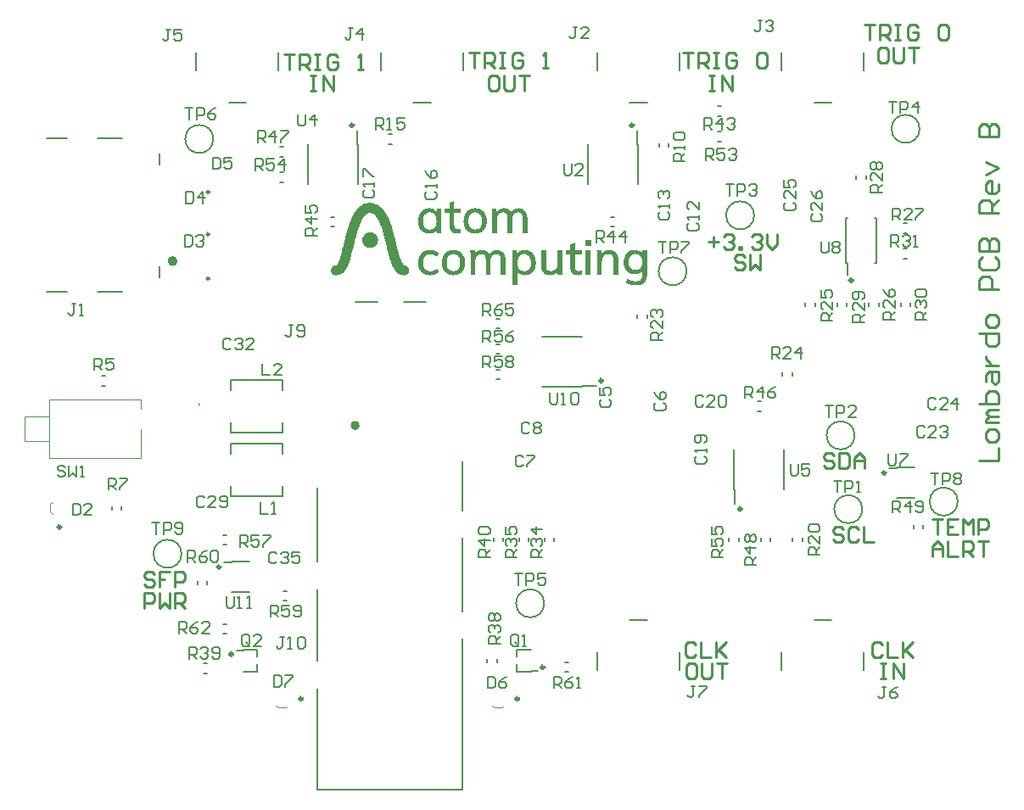
<source format=gbr>
G04*
G04 #@! TF.GenerationSoftware,Altium Limited,Altium Designer,24.8.2 (39)*
G04*
G04 Layer_Color=65535*
%FSLAX25Y25*%
%MOIN*%
G70*
G04*
G04 #@! TF.SameCoordinates,D82A07EB-257E-4463-BA9E-A140894E8D54*
G04*
G04*
G04 #@! TF.FilePolarity,Positive*
G04*
G01*
G75*
%ADD10C,0.01181*%
%ADD11C,0.01250*%
%ADD12C,0.00984*%
%ADD13C,0.01500*%
%ADD14C,0.00500*%
%ADD15C,0.01221*%
%ADD16C,0.00787*%
%ADD17C,0.02000*%
%ADD18C,0.00598*%
%ADD19C,0.00591*%
%ADD20C,0.00472*%
%ADD21C,0.00394*%
%ADD22C,0.00700*%
%ADD23C,0.01000*%
G36*
X222693Y403366D02*
X222790Y403334D01*
X222967Y403286D01*
X223097Y403253D01*
X223307Y403172D01*
X223856Y402882D01*
X224034Y402736D01*
X224147Y402656D01*
X224276Y402526D01*
X224341Y402494D01*
X224422Y402381D01*
X224583Y402219D01*
X224615Y402155D01*
X224680Y402090D01*
X224712Y402025D01*
X224874Y401767D01*
X225003Y401476D01*
X225068Y401314D01*
X225132Y401088D01*
X225197Y400830D01*
X225229Y400410D01*
X225197Y399666D01*
X225165Y399570D01*
X225132Y399440D01*
X225052Y399230D01*
X224955Y398972D01*
X224680Y398503D01*
X224454Y398212D01*
X224114Y397873D01*
X224050Y397841D01*
X223985Y397776D01*
X223921Y397744D01*
X223856Y397679D01*
X223113Y397324D01*
X222725Y397227D01*
X222273Y397162D01*
X221626Y397194D01*
X221529Y397227D01*
X221335Y397259D01*
X221238Y397291D01*
X220932Y397404D01*
X220624Y397550D01*
X220221Y397825D01*
X220027Y397986D01*
X219671Y398341D01*
X219639Y398406D01*
X219574Y398471D01*
X219542Y398535D01*
X219413Y398729D01*
X219380Y398794D01*
X219219Y399149D01*
X219154Y399311D01*
X219057Y399699D01*
X219025Y400022D01*
X218993Y400248D01*
X219041Y400781D01*
X219074Y400943D01*
X219090Y400991D01*
Y401024D01*
X219122Y401153D01*
X219235Y401460D01*
X219300Y401621D01*
X219574Y402090D01*
X219639Y402155D01*
X219671Y402219D01*
X219800Y402349D01*
X219833Y402413D01*
X220011Y402591D01*
X220075Y402623D01*
X220204Y402752D01*
X220269Y402785D01*
X220334Y402849D01*
X220398Y402882D01*
X220592Y403011D01*
X220948Y403172D01*
X221109Y403237D01*
X221335Y403302D01*
X221465Y403334D01*
X221691Y403366D01*
X221820Y403399D01*
X222693Y403366D01*
D02*
G37*
G36*
X222919Y414838D02*
X223016Y414806D01*
X223355Y414757D01*
X223614Y414692D01*
X223775Y414660D01*
X223904Y414628D01*
X224454Y414434D01*
X224615Y414369D01*
X224793Y414289D01*
X225407Y413965D01*
X225601Y413836D01*
X225665Y413804D01*
X225746Y413755D01*
X225763Y413739D01*
X226166Y413432D01*
X226279Y413351D01*
X226409Y413222D01*
X226473Y413190D01*
X227297Y412366D01*
X227330Y412301D01*
X227491Y412140D01*
X227524Y412075D01*
X227621Y411978D01*
X227653Y411913D01*
X227750Y411817D01*
X227782Y411752D01*
X228267Y411073D01*
X228299Y411009D01*
X228461Y410750D01*
X228493Y410685D01*
X228655Y410427D01*
X228687Y410362D01*
X228849Y410072D01*
X229430Y408876D01*
X229559Y408585D01*
X229656Y408359D01*
X229721Y408197D01*
X229818Y407971D01*
X229899Y407761D01*
X230189Y406986D01*
X230690Y405451D01*
X230820Y405030D01*
X231013Y404384D01*
X231046Y404255D01*
X231175Y403803D01*
X231207Y403673D01*
X231272Y403447D01*
X231304Y403318D01*
X231369Y403092D01*
X231466Y402704D01*
X231531Y402478D01*
X232015Y400539D01*
X232064Y400329D01*
X232193Y399812D01*
X232225Y399650D01*
X232355Y399133D01*
X232387Y398972D01*
X232484Y398584D01*
X232516Y398422D01*
X232710Y397647D01*
X232742Y397485D01*
X233130Y395934D01*
X233179Y395756D01*
X233243Y395498D01*
X233308Y395272D01*
X233372Y395013D01*
X233437Y394787D01*
X233534Y394464D01*
X233599Y394238D01*
X233728Y393817D01*
X234035Y392929D01*
X234229Y392412D01*
X234358Y392089D01*
X234439Y391911D01*
X234891Y391038D01*
X235198Y390635D01*
X235279Y390522D01*
X235327Y390473D01*
X235392Y390441D01*
X235457Y390376D01*
X235909Y390344D01*
X236006Y390312D01*
X236313Y390198D01*
X236636Y390004D01*
X236685Y389956D01*
X236749Y389924D01*
X237056Y389617D01*
X237089Y389552D01*
X237250Y389326D01*
X237282Y389197D01*
X237379Y388970D01*
X237412Y388841D01*
X237444Y388615D01*
X237460Y388340D01*
X237428Y388050D01*
X237363Y387791D01*
X237299Y387629D01*
X237153Y387355D01*
X236927Y387064D01*
X236717Y386854D01*
X236652Y386822D01*
X236426Y386660D01*
X236216Y386579D01*
X235941Y386498D01*
X235812Y386466D01*
X235489Y386434D01*
X234924Y386482D01*
X234730Y386515D01*
X234568Y386547D01*
X234439Y386579D01*
X233986Y386741D01*
X233825Y386805D01*
X233389Y387048D01*
X233162Y387209D01*
X233098Y387242D01*
X232920Y387387D01*
X232807Y387468D01*
X232581Y387694D01*
X232516Y387726D01*
X232338Y387904D01*
X232306Y387969D01*
X232144Y388130D01*
X232112Y388195D01*
X232015Y388292D01*
X231983Y388356D01*
X231918Y388421D01*
X231886Y388486D01*
X231821Y388550D01*
X231789Y388615D01*
X231724Y388680D01*
X231595Y388906D01*
X231466Y389100D01*
X231434Y389164D01*
X231272Y389423D01*
X230852Y390295D01*
X230658Y390748D01*
X230593Y390909D01*
X230513Y391119D01*
X230383Y391442D01*
X230222Y391895D01*
X230012Y392557D01*
X229850Y393074D01*
X229786Y393301D01*
X229689Y393624D01*
X229559Y394076D01*
X229495Y394335D01*
X229430Y394561D01*
X229398Y394690D01*
X229333Y394916D01*
X228816Y396984D01*
X228768Y397194D01*
X228638Y397711D01*
X228606Y397873D01*
X228445Y398519D01*
X228412Y398681D01*
X228315Y399069D01*
X228283Y399230D01*
X228057Y400135D01*
X228025Y400296D01*
X227766Y401331D01*
X227717Y401508D01*
X227588Y402025D01*
X227524Y402251D01*
X227459Y402510D01*
X227265Y403189D01*
X227233Y403318D01*
X227168Y403544D01*
X227039Y403964D01*
X226942Y404287D01*
X226716Y404998D01*
X226651Y405160D01*
X226409Y405855D01*
X226215Y406372D01*
X226086Y406695D01*
X225973Y406969D01*
X225876Y407196D01*
X225617Y407745D01*
X225262Y408424D01*
X225132Y408650D01*
X224696Y409312D01*
X224341Y409765D01*
X224228Y409878D01*
X224195Y409942D01*
X223985Y410152D01*
X223921Y410185D01*
X223759Y410346D01*
X223694Y410379D01*
X223630Y410443D01*
X223565Y410475D01*
X223371Y410605D01*
X223016Y410766D01*
X222693Y410863D01*
X222563Y410895D01*
X222337Y410928D01*
X221594Y410895D01*
X221497Y410863D01*
X221190Y410750D01*
X221028Y410685D01*
X220786Y410540D01*
X220722Y410508D01*
X220431Y410282D01*
X220366Y410217D01*
X220301Y410185D01*
X219930Y409813D01*
X219898Y409748D01*
X219768Y409619D01*
X219736Y409554D01*
X219639Y409458D01*
X219607Y409393D01*
X219542Y409328D01*
X219510Y409264D01*
X219348Y409037D01*
X219316Y408973D01*
X219187Y408779D01*
X219154Y408714D01*
X218993Y408456D01*
X218314Y407066D01*
X218217Y406840D01*
X217894Y406032D01*
X217781Y405725D01*
X217619Y405273D01*
X217506Y404901D01*
X217312Y404287D01*
X217215Y403964D01*
X217086Y403544D01*
X216957Y403092D01*
X216925Y402962D01*
X216795Y402510D01*
X216763Y402381D01*
X216698Y402155D01*
X216569Y401638D01*
X216505Y401411D01*
X216149Y399990D01*
X216101Y399780D01*
X215971Y399262D01*
X215939Y399101D01*
X215810Y398584D01*
X215777Y398422D01*
X215648Y397905D01*
X215616Y397744D01*
X215487Y397227D01*
X215454Y397065D01*
X214873Y394739D01*
X214824Y394561D01*
X214792Y394431D01*
X214727Y394205D01*
X214695Y394076D01*
X214436Y393171D01*
X214275Y392654D01*
X213903Y391572D01*
X213806Y391313D01*
X213677Y390990D01*
X213580Y390732D01*
X213515Y390570D01*
X213273Y390037D01*
X212853Y389229D01*
X212691Y388970D01*
X212659Y388906D01*
X212498Y388680D01*
X212465Y388615D01*
X212401Y388550D01*
X212368Y388486D01*
X212304Y388421D01*
X212271Y388356D01*
X212207Y388292D01*
X212174Y388227D01*
X212077Y388130D01*
X212045Y388066D01*
X211415Y387436D01*
X211350Y387403D01*
X211253Y387306D01*
X211189Y387274D01*
X211124Y387209D01*
X211060Y387177D01*
X210866Y387048D01*
X210801Y387015D01*
X210607Y386886D01*
X210381Y386789D01*
X210058Y386660D01*
X209735Y386563D01*
X209525Y386515D01*
X209331Y386482D01*
X209040Y386450D01*
X208571Y386434D01*
X208474Y386466D01*
X208232Y386515D01*
X208103Y386547D01*
X207796Y386692D01*
X207489Y386902D01*
X207198Y387193D01*
X207166Y387258D01*
X207101Y387322D01*
X206875Y387807D01*
X206826Y388017D01*
X206794Y388211D01*
X206778Y388583D01*
X206810Y388680D01*
X206843Y388906D01*
X206875Y389003D01*
X206940Y389164D01*
X207133Y389520D01*
X207279Y389698D01*
X207327Y389746D01*
X207360Y389811D01*
X207473Y389891D01*
X207570Y389988D01*
X207634Y390021D01*
X207828Y390150D01*
X208054Y390247D01*
X208280Y390312D01*
X208410Y390344D01*
X208733Y390376D01*
X208894Y390473D01*
X209137Y390715D01*
X209169Y390780D01*
X209234Y390845D01*
X209266Y390909D01*
X209395Y391103D01*
X209428Y391168D01*
X209589Y391459D01*
X209848Y392008D01*
X209945Y392234D01*
X210139Y392719D01*
X210219Y392929D01*
X210526Y393882D01*
X210656Y394302D01*
X210914Y395207D01*
X210946Y395336D01*
X211011Y395563D01*
X211043Y395692D01*
X211108Y395918D01*
X211528Y397598D01*
X211577Y397808D01*
X211738Y398455D01*
X211771Y398616D01*
X211867Y399004D01*
X211900Y399166D01*
X212061Y399812D01*
X212094Y399973D01*
X212255Y400620D01*
X212287Y400781D01*
X212772Y402720D01*
X212821Y402898D01*
X212950Y403415D01*
X213144Y404093D01*
X213176Y404223D01*
X213305Y404675D01*
X213564Y405515D01*
X214097Y407083D01*
X214194Y407341D01*
X214259Y407503D01*
X214453Y408020D01*
X214582Y408343D01*
X214840Y408924D01*
X214905Y409086D01*
X215471Y410201D01*
X215632Y410492D01*
X215794Y410750D01*
X215826Y410815D01*
X216262Y411477D01*
X216311Y411526D01*
X216343Y411590D01*
X216408Y411655D01*
X216440Y411720D01*
X216585Y411897D01*
X216666Y412010D01*
X216731Y412075D01*
X216763Y412140D01*
X216860Y412237D01*
X216892Y412301D01*
X217119Y412527D01*
X217151Y412592D01*
X217619Y413061D01*
X217684Y413093D01*
X217878Y413287D01*
X217943Y413319D01*
X218072Y413448D01*
X218136Y413481D01*
X218201Y413545D01*
X218266Y413578D01*
X218330Y413642D01*
X218395Y413675D01*
X218460Y413739D01*
X218686Y413868D01*
X218880Y413998D01*
X219817Y414450D01*
X220431Y414644D01*
X220818Y414741D01*
X221206Y414806D01*
X221432Y414838D01*
X221949Y414870D01*
X222919Y414838D01*
D02*
G37*
G36*
X280776Y412785D02*
X280851D01*
X280937Y412775D01*
X281034Y412753D01*
X281152Y412732D01*
X281399Y412678D01*
X281667Y412592D01*
X281967Y412474D01*
X282117Y412399D01*
X282268Y412313D01*
X282418Y412217D01*
X282568Y412109D01*
X282718Y411991D01*
X282869Y411863D01*
X283008Y411712D01*
X283147Y411551D01*
X283265Y411369D01*
X283394Y411176D01*
X283502Y410961D01*
X283598Y410736D01*
X283684Y410489D01*
X283759Y410221D01*
X283823Y409942D01*
X283866Y409631D01*
X283888Y409309D01*
X283898Y408955D01*
Y402946D01*
X282021D01*
Y408880D01*
Y408890D01*
Y408933D01*
Y408998D01*
X282010Y409084D01*
Y409180D01*
X281999Y409298D01*
X281989Y409427D01*
X281967Y409566D01*
X281924Y409856D01*
X281849Y410156D01*
X281806Y410296D01*
X281752Y410425D01*
X281688Y410543D01*
X281613Y410650D01*
Y410661D01*
X281592Y410672D01*
X281538Y410736D01*
X281441Y410822D01*
X281302Y410918D01*
X281216Y410961D01*
X281119Y411015D01*
X281012Y411058D01*
X280894Y411090D01*
X280765Y411133D01*
X280626Y411154D01*
X280465Y411165D01*
X280304Y411176D01*
X280197D01*
X280122Y411165D01*
X280036Y411154D01*
X279928Y411133D01*
X279810Y411111D01*
X279682Y411079D01*
X279553Y411047D01*
X279413Y410993D01*
X279274Y410940D01*
X279134Y410865D01*
X278995Y410779D01*
X278855Y410682D01*
X278727Y410564D01*
X278609Y410435D01*
X278598Y410425D01*
X278587Y410403D01*
X278555Y410360D01*
X278512Y410307D01*
X278469Y410232D01*
X278415Y410135D01*
X278362Y410028D01*
X278308Y409910D01*
X278244Y409770D01*
X278190Y409620D01*
X278136Y409459D01*
X278094Y409277D01*
X278051Y409084D01*
X278018Y408880D01*
X278008Y408654D01*
X277997Y408418D01*
Y402946D01*
X276119D01*
Y408880D01*
Y408890D01*
Y408933D01*
Y408998D01*
X276109Y409084D01*
Y409180D01*
X276098Y409298D01*
X276087Y409427D01*
X276066Y409556D01*
X276023Y409845D01*
X275948Y410135D01*
X275840Y410414D01*
X275776Y410532D01*
X275701Y410639D01*
Y410650D01*
X275679Y410661D01*
X275626Y410725D01*
X275518Y410811D01*
X275454Y410854D01*
X275379Y410908D01*
X275293Y410961D01*
X275197Y411004D01*
X275089Y411047D01*
X274971Y411090D01*
X274832Y411122D01*
X274692Y411154D01*
X274542Y411165D01*
X274370Y411176D01*
X274263D01*
X274188Y411165D01*
X274102Y411154D01*
X273995Y411133D01*
X273877Y411111D01*
X273748Y411079D01*
X273619Y411047D01*
X273480Y410993D01*
X273340Y410940D01*
X273190Y410865D01*
X273050Y410779D01*
X272922Y410682D01*
X272782Y410564D01*
X272664Y410435D01*
X272654Y410425D01*
X272643Y410403D01*
X272611Y410360D01*
X272568Y410307D01*
X272525Y410232D01*
X272471Y410135D01*
X272407Y410028D01*
X272353Y409910D01*
X272299Y409770D01*
X272235Y409620D01*
X272181Y409459D01*
X272139Y409277D01*
X272095Y409084D01*
X272074Y408880D01*
X272053Y408654D01*
X272042Y408418D01*
Y402946D01*
X270164D01*
Y409802D01*
Y409824D01*
Y409867D01*
Y409942D01*
Y410049D01*
Y410167D01*
X270153Y410317D01*
Y410489D01*
X270143Y410682D01*
Y410886D01*
X270132Y411101D01*
X270121Y411326D01*
X270111Y411573D01*
X270068Y412066D01*
X270025Y412581D01*
X271806D01*
X271902Y410972D01*
Y410983D01*
X271913Y411004D01*
Y411047D01*
X271935Y411101D01*
X271956Y411176D01*
X271977Y411251D01*
X272063Y411433D01*
X272106Y411541D01*
X272171Y411648D01*
X272246Y411755D01*
X272342Y411863D01*
X272439Y411970D01*
X272557Y412077D01*
X272686Y412184D01*
X272825Y412281D01*
X272836Y412292D01*
X272857Y412302D01*
X272911Y412324D01*
X272965Y412367D01*
X273050Y412399D01*
X273136Y412442D01*
X273244Y412496D01*
X273362Y412538D01*
X273501Y412592D01*
X273641Y412635D01*
X273802Y412678D01*
X273963Y412721D01*
X274317Y412775D01*
X274510Y412785D01*
X274703Y412796D01*
X274821D01*
X274896Y412785D01*
X274993D01*
X275111Y412775D01*
X275239Y412753D01*
X275379Y412742D01*
X275690Y412678D01*
X276012Y412592D01*
X276323Y412485D01*
X276473Y412410D01*
X276624Y412324D01*
X276634D01*
X276656Y412302D01*
X276699Y412270D01*
X276742Y412238D01*
X276870Y412131D01*
X277021Y411981D01*
X277182Y411798D01*
X277343Y411573D01*
X277471Y411305D01*
X277525Y411154D01*
X277568Y411004D01*
Y411015D01*
X277579Y411036D01*
X277600Y411079D01*
X277622Y411133D01*
X277654Y411197D01*
X277697Y411272D01*
X277804Y411455D01*
X277868Y411551D01*
X277954Y411648D01*
X278040Y411755D01*
X278147Y411863D01*
X278255Y411970D01*
X278383Y412077D01*
X278534Y412184D01*
X278684Y412281D01*
X278695Y412292D01*
X278727Y412302D01*
X278770Y412324D01*
X278834Y412367D01*
X278920Y412399D01*
X279016Y412442D01*
X279124Y412496D01*
X279252Y412538D01*
X279392Y412592D01*
X279542Y412635D01*
X279703Y412678D01*
X279875Y412721D01*
X280240Y412775D01*
X280433Y412785D01*
X280637Y412796D01*
X280722D01*
X280776Y412785D01*
D02*
G37*
G36*
X245496Y412785D02*
X245592D01*
X245710Y412775D01*
X245839Y412753D01*
X245979Y412732D01*
X246290Y412678D01*
X246622Y412581D01*
X246966Y412463D01*
X247138Y412378D01*
X247299Y412292D01*
X247309Y412281D01*
X247331Y412270D01*
X247374Y412238D01*
X247438Y412206D01*
X247578Y412088D01*
X247738Y411938D01*
X247899Y411755D01*
X248050Y411530D01*
X248114Y411401D01*
X248168Y411272D01*
X248211Y411133D01*
X248232Y410983D01*
Y412581D01*
X250099D01*
Y402946D01*
X248232D01*
Y404588D01*
X248221Y404545D01*
X248211Y404480D01*
X248189Y404416D01*
X248168Y404341D01*
X248093Y404148D01*
X248039Y404051D01*
X247974Y403944D01*
X247899Y403836D01*
X247814Y403729D01*
X247706Y403611D01*
X247588Y403504D01*
X247449Y403407D01*
X247299Y403311D01*
X247288D01*
X247256Y403289D01*
X247213Y403268D01*
X247148Y403236D01*
X247062Y403193D01*
X246966Y403150D01*
X246859Y403107D01*
X246730Y403064D01*
X246590Y403021D01*
X246429Y402978D01*
X246268Y402935D01*
X246097Y402892D01*
X245710Y402839D01*
X245517Y402828D01*
X245303Y402817D01*
X245174D01*
X245088Y402828D01*
X244970Y402839D01*
X244841Y402849D01*
X244691Y402871D01*
X244530Y402892D01*
X244358Y402924D01*
X244176Y402967D01*
X243994Y403021D01*
X243800Y403075D01*
X243597Y403150D01*
X243404Y403225D01*
X243210Y403322D01*
X243028Y403429D01*
X243017Y403440D01*
X242985Y403461D01*
X242931Y403493D01*
X242867Y403547D01*
X242781Y403600D01*
X242695Y403686D01*
X242588Y403772D01*
X242470Y403879D01*
X242352Y403997D01*
X242234Y404126D01*
X242105Y404266D01*
X241987Y404416D01*
X241858Y404588D01*
X241740Y404770D01*
X241633Y404963D01*
X241526Y405167D01*
X241515Y405178D01*
X241504Y405221D01*
X241483Y405285D01*
X241440Y405371D01*
X241408Y405478D01*
X241365Y405607D01*
X241311Y405746D01*
X241268Y405918D01*
X241215Y406101D01*
X241172Y406304D01*
X241118Y406519D01*
X241086Y406744D01*
X241054Y406980D01*
X241021Y407238D01*
X241011Y407506D01*
X241000Y407774D01*
Y407796D01*
Y407839D01*
Y407914D01*
X241011Y408021D01*
X241021Y408150D01*
X241032Y408300D01*
X241043Y408472D01*
X241064Y408654D01*
X241097Y408847D01*
X241129Y409062D01*
X241225Y409491D01*
X241290Y409717D01*
X241365Y409942D01*
X241440Y410167D01*
X241536Y410382D01*
X241547Y410393D01*
X241558Y410435D01*
X241590Y410489D01*
X241633Y410575D01*
X241687Y410661D01*
X241762Y410779D01*
X241837Y410897D01*
X241923Y411026D01*
X242030Y411165D01*
X242137Y411315D01*
X242266Y411466D01*
X242406Y411605D01*
X242545Y411755D01*
X242706Y411895D01*
X242867Y412023D01*
X243049Y412152D01*
X243060Y412163D01*
X243092Y412184D01*
X243146Y412217D01*
X243221Y412249D01*
X243318Y412302D01*
X243425Y412356D01*
X243554Y412410D01*
X243693Y412474D01*
X243854Y412538D01*
X244026Y412592D01*
X244219Y412646D01*
X244412Y412700D01*
X244616Y412732D01*
X244841Y412764D01*
X245067Y412785D01*
X245303Y412796D01*
X245410D01*
X245496Y412785D01*
D02*
G37*
G36*
X263662D02*
X263780Y412775D01*
X263919Y412764D01*
X264080Y412742D01*
X264252Y412721D01*
X264434Y412689D01*
X264628Y412646D01*
X264821Y412592D01*
X265024Y412538D01*
X265228Y412463D01*
X265443Y412378D01*
X265647Y412281D01*
X265840Y412174D01*
X265851Y412163D01*
X265883Y412142D01*
X265936Y412109D01*
X266012Y412056D01*
X266097Y412002D01*
X266205Y411916D01*
X266312Y411830D01*
X266430Y411723D01*
X266559Y411605D01*
X266688Y411476D01*
X266827Y411337D01*
X266956Y411176D01*
X267095Y411004D01*
X267213Y410822D01*
X267342Y410629D01*
X267449Y410425D01*
X267460Y410414D01*
X267471Y410371D01*
X267503Y410307D01*
X267535Y410221D01*
X267578Y410113D01*
X267632Y409985D01*
X267686Y409845D01*
X267739Y409674D01*
X267782Y409491D01*
X267836Y409287D01*
X267889Y409073D01*
X267932Y408847D01*
X267965Y408601D01*
X267997Y408343D01*
X268007Y408086D01*
X268018Y407807D01*
Y407785D01*
Y407742D01*
Y407667D01*
X268007Y407560D01*
X267997Y407431D01*
X267986Y407270D01*
X267975Y407109D01*
X267943Y406916D01*
X267922Y406723D01*
X267879Y406508D01*
X267782Y406068D01*
X267718Y405843D01*
X267643Y405618D01*
X267546Y405392D01*
X267449Y405178D01*
X267439Y405167D01*
X267428Y405124D01*
X267396Y405070D01*
X267342Y404995D01*
X267288Y404899D01*
X267213Y404781D01*
X267128Y404663D01*
X267031Y404534D01*
X266924Y404394D01*
X266806Y404255D01*
X266677Y404105D01*
X266527Y403965D01*
X266376Y403815D01*
X266205Y403676D01*
X266033Y403547D01*
X265840Y403429D01*
X265829Y403418D01*
X265797Y403407D01*
X265733Y403375D01*
X265657Y403332D01*
X265561Y403289D01*
X265443Y403236D01*
X265303Y403182D01*
X265153Y403128D01*
X264982Y403064D01*
X264799Y403010D01*
X264595Y402957D01*
X264391Y402914D01*
X264166Y402871D01*
X263930Y402839D01*
X263683Y402828D01*
X263436Y402817D01*
X263308D01*
X263211Y402828D01*
X263093Y402839D01*
X262954Y402849D01*
X262793Y402871D01*
X262621Y402892D01*
X262439Y402924D01*
X262256Y402967D01*
X262052Y403021D01*
X261848Y403075D01*
X261645Y403150D01*
X261441Y403225D01*
X261237Y403322D01*
X261033Y403429D01*
X261022Y403440D01*
X260990Y403461D01*
X260936Y403493D01*
X260861Y403547D01*
X260775Y403600D01*
X260679Y403686D01*
X260561Y403772D01*
X260443Y403879D01*
X260314Y403997D01*
X260185Y404126D01*
X260046Y404266D01*
X259917Y404416D01*
X259788Y404588D01*
X259660Y404770D01*
X259531Y404963D01*
X259423Y405167D01*
X259413Y405178D01*
X259402Y405221D01*
X259370Y405285D01*
X259338Y405371D01*
X259295Y405478D01*
X259252Y405607D01*
X259198Y405757D01*
X259144Y405929D01*
X259091Y406111D01*
X259037Y406315D01*
X258994Y406530D01*
X258951Y406766D01*
X258919Y407002D01*
X258887Y407259D01*
X258876Y407528D01*
X258865Y407807D01*
Y407828D01*
Y407871D01*
Y407957D01*
X258876Y408064D01*
X258887Y408193D01*
X258898Y408343D01*
X258908Y408515D01*
X258941Y408697D01*
X258962Y408901D01*
X259005Y409105D01*
X259102Y409545D01*
X259166Y409770D01*
X259241Y409996D01*
X259327Y410221D01*
X259423Y410435D01*
X259434Y410446D01*
X259445Y410489D01*
X259488Y410543D01*
X259531Y410618D01*
X259584Y410714D01*
X259660Y410822D01*
X259745Y410951D01*
X259842Y411079D01*
X259949Y411208D01*
X260067Y411358D01*
X260196Y411498D01*
X260346Y411648D01*
X260496Y411787D01*
X260668Y411927D01*
X260840Y412056D01*
X261033Y412174D01*
X261044Y412184D01*
X261076Y412206D01*
X261140Y412227D01*
X261215Y412270D01*
X261312Y412313D01*
X261430Y412367D01*
X261569Y412431D01*
X261720Y412485D01*
X261891Y412538D01*
X262074Y412603D01*
X262278Y412656D01*
X262481Y412700D01*
X262707Y412742D01*
X262943Y412775D01*
X263190Y412785D01*
X263436Y412796D01*
X263565D01*
X263662Y412785D01*
D02*
G37*
G36*
X255206Y412581D02*
X257857D01*
Y411026D01*
X255206D01*
Y406154D01*
Y406143D01*
Y406111D01*
Y406068D01*
X255217Y405993D01*
Y405918D01*
X255228Y405832D01*
X255249Y405628D01*
X255292Y405403D01*
X255357Y405189D01*
X255453Y404995D01*
X255507Y404910D01*
X255571Y404834D01*
X255593Y404824D01*
X255636Y404781D01*
X255722Y404727D01*
X255840Y404663D01*
X255990Y404588D01*
X256172Y404534D01*
X256387Y404491D01*
X256634Y404480D01*
X256719D01*
X256827Y404491D01*
X256966Y404502D01*
X257138Y404523D01*
X257331Y404555D01*
X257567Y404598D01*
X257814Y404652D01*
Y403053D01*
X257803D01*
X257782Y403043D01*
X257739Y403032D01*
X257685Y403021D01*
X257621Y402999D01*
X257546Y402978D01*
X257460Y402957D01*
X257352Y402935D01*
X257127Y402892D01*
X256880Y402849D01*
X256612Y402828D01*
X256333Y402817D01*
X256269D01*
X256194Y402828D01*
X256097D01*
X255979Y402839D01*
X255850Y402860D01*
X255689Y402881D01*
X255528Y402914D01*
X255357Y402957D01*
X255174Y403010D01*
X254992Y403075D01*
X254809Y403150D01*
X254627Y403246D01*
X254445Y403354D01*
X254284Y403472D01*
X254123Y403611D01*
X254112Y403622D01*
X254091Y403654D01*
X254048Y403697D01*
X253994Y403761D01*
X253940Y403847D01*
X253876Y403944D01*
X253801Y404073D01*
X253726Y404201D01*
X253651Y404362D01*
X253576Y404534D01*
X253511Y404727D01*
X253457Y404942D01*
X253404Y405167D01*
X253361Y405414D01*
X253340Y405671D01*
X253329Y405950D01*
Y411026D01*
X251526D01*
Y412581D01*
X253329D01*
Y414899D01*
X255206Y415500D01*
Y412581D01*
D02*
G37*
G36*
X308921Y398051D02*
X306711D01*
Y400122D01*
X308921D01*
Y398051D01*
D02*
G37*
G36*
X272224Y396409D02*
X272299D01*
X272385Y396398D01*
X272482Y396377D01*
X272600Y396356D01*
X272847Y396302D01*
X273115Y396216D01*
X273415Y396098D01*
X273566Y396023D01*
X273716Y395937D01*
X273866Y395841D01*
X274016Y395733D01*
X274166Y395615D01*
X274317Y395486D01*
X274456Y395336D01*
X274596Y395175D01*
X274714Y394993D01*
X274842Y394800D01*
X274950Y394585D01*
X275046Y394360D01*
X275132Y394113D01*
X275207Y393845D01*
X275272Y393566D01*
X275314Y393255D01*
X275336Y392933D01*
X275347Y392579D01*
Y386570D01*
X273469D01*
Y392503D01*
Y392514D01*
Y392557D01*
Y392621D01*
X273458Y392707D01*
Y392804D01*
X273447Y392922D01*
X273437Y393051D01*
X273415Y393190D01*
X273372Y393480D01*
X273297Y393780D01*
X273254Y393920D01*
X273201Y394049D01*
X273136Y394167D01*
X273061Y394274D01*
Y394285D01*
X273040Y394295D01*
X272986Y394360D01*
X272890Y394446D01*
X272750Y394542D01*
X272664Y394585D01*
X272568Y394639D01*
X272460Y394682D01*
X272342Y394714D01*
X272214Y394757D01*
X272074Y394778D01*
X271913Y394789D01*
X271752Y394800D01*
X271645D01*
X271570Y394789D01*
X271484Y394778D01*
X271377Y394757D01*
X271259Y394735D01*
X271130Y394703D01*
X271001Y394671D01*
X270862Y394617D01*
X270722Y394564D01*
X270583Y394489D01*
X270443Y394403D01*
X270304Y394306D01*
X270175Y394188D01*
X270057Y394059D01*
X270046Y394049D01*
X270035Y394027D01*
X270003Y393984D01*
X269960Y393931D01*
X269917Y393856D01*
X269864Y393759D01*
X269810Y393652D01*
X269756Y393534D01*
X269692Y393394D01*
X269638Y393244D01*
X269585Y393083D01*
X269542Y392900D01*
X269499Y392707D01*
X269467Y392503D01*
X269456Y392278D01*
X269445Y392042D01*
Y386570D01*
X267567D01*
Y392503D01*
Y392514D01*
Y392557D01*
Y392621D01*
X267557Y392707D01*
Y392804D01*
X267546Y392922D01*
X267535Y393051D01*
X267514Y393179D01*
X267471Y393469D01*
X267396Y393759D01*
X267288Y394038D01*
X267224Y394156D01*
X267149Y394263D01*
Y394274D01*
X267128Y394285D01*
X267074Y394349D01*
X266967Y394435D01*
X266902Y394478D01*
X266827Y394531D01*
X266741Y394585D01*
X266645Y394628D01*
X266537Y394671D01*
X266419Y394714D01*
X266280Y394746D01*
X266140Y394778D01*
X265990Y394789D01*
X265819Y394800D01*
X265711D01*
X265636Y394789D01*
X265550Y394778D01*
X265443Y394757D01*
X265325Y394735D01*
X265196Y394703D01*
X265067Y394671D01*
X264928Y394617D01*
X264788Y394564D01*
X264638Y394489D01*
X264499Y394403D01*
X264370Y394306D01*
X264230Y394188D01*
X264112Y394059D01*
X264102Y394049D01*
X264091Y394027D01*
X264059Y393984D01*
X264016Y393931D01*
X263973Y393855D01*
X263919Y393759D01*
X263855Y393652D01*
X263801Y393533D01*
X263748Y393394D01*
X263683Y393244D01*
X263630Y393083D01*
X263587Y392900D01*
X263544Y392707D01*
X263522Y392503D01*
X263501Y392278D01*
X263490Y392042D01*
Y386570D01*
X261612D01*
Y393426D01*
Y393448D01*
Y393491D01*
Y393566D01*
Y393673D01*
Y393791D01*
X261602Y393941D01*
Y394113D01*
X261591Y394306D01*
Y394510D01*
X261580Y394725D01*
X261569Y394950D01*
X261559Y395197D01*
X261516Y395690D01*
X261473Y396205D01*
X263254D01*
X263351Y394596D01*
Y394606D01*
X263361Y394628D01*
Y394671D01*
X263383Y394725D01*
X263404Y394800D01*
X263426Y394875D01*
X263511Y395057D01*
X263555Y395164D01*
X263619Y395272D01*
X263694Y395379D01*
X263790Y395486D01*
X263887Y395594D01*
X264005Y395701D01*
X264134Y395808D01*
X264273Y395905D01*
X264284Y395916D01*
X264306Y395926D01*
X264359Y395948D01*
X264413Y395991D01*
X264499Y396023D01*
X264584Y396066D01*
X264692Y396119D01*
X264810Y396162D01*
X264949Y396216D01*
X265089Y396259D01*
X265250Y396302D01*
X265411Y396345D01*
X265765Y396398D01*
X265958Y396409D01*
X266151Y396420D01*
X266269D01*
X266344Y396409D01*
X266441D01*
X266559Y396398D01*
X266688Y396377D01*
X266827Y396366D01*
X267138Y396302D01*
X267460Y396216D01*
X267771Y396109D01*
X267922Y396034D01*
X268072Y395948D01*
X268082D01*
X268104Y395926D01*
X268147Y395894D01*
X268190Y395862D01*
X268319Y395755D01*
X268469Y395604D01*
X268630Y395422D01*
X268791Y395197D01*
X268919Y394928D01*
X268973Y394778D01*
X269016Y394628D01*
Y394639D01*
X269027Y394660D01*
X269048Y394703D01*
X269070Y394757D01*
X269102Y394821D01*
X269145Y394896D01*
X269252Y395079D01*
X269317Y395175D01*
X269402Y395272D01*
X269488Y395379D01*
X269595Y395486D01*
X269703Y395594D01*
X269831Y395701D01*
X269982Y395808D01*
X270132Y395905D01*
X270143Y395916D01*
X270175Y395926D01*
X270218Y395948D01*
X270282Y395991D01*
X270368Y396023D01*
X270465Y396066D01*
X270572Y396119D01*
X270701Y396162D01*
X270840Y396216D01*
X270990Y396259D01*
X271151Y396302D01*
X271323Y396345D01*
X271688Y396398D01*
X271881Y396409D01*
X272085Y396420D01*
X272171D01*
X272224Y396409D01*
D02*
G37*
G36*
X316303D02*
X316389D01*
X316475Y396398D01*
X316582Y396377D01*
X316700Y396356D01*
X316968Y396302D01*
X317269Y396216D01*
X317591Y396098D01*
X317752Y396023D01*
X317923Y395937D01*
X318084Y395841D01*
X318245Y395733D01*
X318406Y395615D01*
X318567Y395486D01*
X318717Y395336D01*
X318868Y395175D01*
X319007Y394993D01*
X319136Y394800D01*
X319254Y394585D01*
X319361Y394360D01*
X319447Y394113D01*
X319533Y393845D01*
X319597Y393566D01*
X319640Y393255D01*
X319672Y392933D01*
X319683Y392579D01*
Y386570D01*
X317805D01*
Y392503D01*
Y392514D01*
Y392557D01*
Y392621D01*
X317795Y392697D01*
Y392804D01*
X317784Y392911D01*
X317762Y393040D01*
X317752Y393179D01*
X317687Y393458D01*
X317601Y393748D01*
X317494Y394027D01*
X317419Y394145D01*
X317333Y394252D01*
Y394263D01*
X317312Y394274D01*
X317280Y394306D01*
X317247Y394338D01*
X317194Y394381D01*
X317129Y394424D01*
X317065Y394478D01*
X316979Y394531D01*
X316883Y394574D01*
X316775Y394628D01*
X316647Y394671D01*
X316518Y394714D01*
X316378Y394746D01*
X316217Y394778D01*
X316046Y394789D01*
X315863Y394800D01*
X315745D01*
X315659Y394789D01*
X315563Y394778D01*
X315445Y394757D01*
X315305Y394735D01*
X315166Y394703D01*
X315016Y394671D01*
X314855Y394617D01*
X314694Y394564D01*
X314533Y394489D01*
X314383Y394403D01*
X314222Y394306D01*
X314071Y394188D01*
X313932Y394059D01*
X313921Y394049D01*
X313900Y394027D01*
X313867Y393984D01*
X313825Y393931D01*
X313760Y393856D01*
X313706Y393759D01*
X313642Y393652D01*
X313578Y393534D01*
X313503Y393405D01*
X313438Y393255D01*
X313385Y393083D01*
X313331Y392911D01*
X313277Y392718D01*
X313245Y392514D01*
X313224Y392300D01*
X313213Y392063D01*
Y386570D01*
X311335D01*
Y393426D01*
Y393448D01*
Y393491D01*
Y393566D01*
Y393673D01*
Y393791D01*
X311324Y393941D01*
Y394113D01*
X311314Y394306D01*
Y394510D01*
X311303Y394725D01*
X311292Y394950D01*
X311281Y395197D01*
X311239Y395690D01*
X311196Y396205D01*
X312977D01*
X313073Y394553D01*
Y394564D01*
X313084Y394585D01*
X313095Y394639D01*
X313116Y394692D01*
X313138Y394767D01*
X313170Y394843D01*
X313256Y395036D01*
X313320Y395143D01*
X313395Y395250D01*
X313481Y395368D01*
X313578Y395476D01*
X313685Y395594D01*
X313814Y395701D01*
X313953Y395808D01*
X314114Y395905D01*
X314125Y395916D01*
X314157Y395926D01*
X314200Y395948D01*
X314275Y395991D01*
X314361Y396023D01*
X314458Y396066D01*
X314576Y396119D01*
X314704Y396162D01*
X314855Y396216D01*
X315005Y396259D01*
X315177Y396302D01*
X315359Y396345D01*
X315735Y396398D01*
X315938Y396409D01*
X316153Y396420D01*
X316239D01*
X316303Y396409D01*
D02*
G37*
G36*
X283169D02*
X283276Y396398D01*
X283405Y396388D01*
X283555Y396366D01*
X283716Y396345D01*
X283877Y396302D01*
X284060Y396259D01*
X284253Y396216D01*
X284435Y396152D01*
X284628Y396077D01*
X284832Y395991D01*
X285025Y395894D01*
X285208Y395776D01*
X285218Y395765D01*
X285250Y395744D01*
X285304Y395712D01*
X285369Y395658D01*
X285454Y395594D01*
X285551Y395519D01*
X285658Y395422D01*
X285776Y395315D01*
X285894Y395197D01*
X286023Y395068D01*
X286141Y394918D01*
X286270Y394767D01*
X286399Y394596D01*
X286517Y394413D01*
X286624Y394210D01*
X286731Y394006D01*
X286742Y393995D01*
X286753Y393952D01*
X286785Y393888D01*
X286817Y393802D01*
X286860Y393694D01*
X286903Y393566D01*
X286946Y393415D01*
X287000Y393255D01*
X287053Y393072D01*
X287096Y392868D01*
X287139Y392654D01*
X287182Y392428D01*
X287214Y392182D01*
X287246Y391935D01*
X287257Y391667D01*
X287268Y391398D01*
Y391377D01*
Y391334D01*
Y391259D01*
X287257Y391151D01*
Y391023D01*
X287236Y390873D01*
X287225Y390701D01*
X287203Y390518D01*
X287171Y390315D01*
X287139Y390111D01*
X287042Y389671D01*
X286978Y389445D01*
X286914Y389231D01*
X286828Y389005D01*
X286731Y388791D01*
X286720Y388780D01*
X286710Y388737D01*
X286678Y388684D01*
X286635Y388609D01*
X286581Y388512D01*
X286506Y388405D01*
X286431Y388287D01*
X286345Y388147D01*
X286238Y388018D01*
X286130Y387868D01*
X286002Y387729D01*
X285862Y387578D01*
X285723Y387439D01*
X285562Y387299D01*
X285401Y387171D01*
X285218Y387053D01*
X285208Y387042D01*
X285175Y387031D01*
X285122Y386999D01*
X285047Y386956D01*
X284950Y386913D01*
X284843Y386859D01*
X284714Y386806D01*
X284575Y386752D01*
X284414Y386688D01*
X284242Y386634D01*
X284060Y386580D01*
X283856Y386538D01*
X283641Y386495D01*
X283426Y386462D01*
X283190Y386452D01*
X282954Y386441D01*
X282847D01*
X282761Y386452D01*
X282665D01*
X282547Y386473D01*
X282418Y386484D01*
X282278Y386505D01*
X281956Y386570D01*
X281624Y386656D01*
X281280Y386784D01*
X281109Y386859D01*
X280948Y386945D01*
X280937Y386956D01*
X280916Y386967D01*
X280873Y386999D01*
X280819Y387042D01*
X280744Y387085D01*
X280679Y387149D01*
X280519Y387299D01*
X280347Y387493D01*
X280197Y387718D01*
X280132Y387847D01*
X280079Y387986D01*
X280036Y388126D01*
X280014Y388276D01*
Y382600D01*
X278136D01*
Y393426D01*
Y393448D01*
Y393491D01*
Y393566D01*
Y393673D01*
Y393791D01*
X278126Y393941D01*
Y394113D01*
X278115Y394306D01*
Y394510D01*
X278104Y394725D01*
X278094Y394950D01*
X278083Y395197D01*
X278040Y395690D01*
X277997Y396205D01*
X279778D01*
X279875Y394424D01*
Y394435D01*
X279886Y394467D01*
Y394510D01*
X279907Y394574D01*
X279928Y394650D01*
X279961Y394735D01*
X280036Y394939D01*
X280100Y395046D01*
X280165Y395164D01*
X280240Y395283D01*
X280336Y395401D01*
X280444Y395519D01*
X280572Y395637D01*
X280701Y395755D01*
X280862Y395862D01*
X280873Y395873D01*
X280905Y395883D01*
X280948Y395916D01*
X281023Y395948D01*
X281109Y395991D01*
X281205Y396034D01*
X281323Y396087D01*
X281463Y396141D01*
X281602Y396195D01*
X281763Y396248D01*
X281935Y396291D01*
X282117Y396334D01*
X282514Y396398D01*
X282729Y396409D01*
X282954Y396420D01*
X283083D01*
X283169Y396409D01*
D02*
G37*
G36*
X245957Y396409D02*
X246054Y396398D01*
X246172Y396388D01*
X246301Y396377D01*
X246590Y396334D01*
X246912Y396280D01*
X247245Y396195D01*
X247588Y396087D01*
X247599D01*
X247631Y396076D01*
X247674Y396055D01*
X247738Y396023D01*
X247824Y395991D01*
X247910Y395948D01*
X248017Y395894D01*
X248125Y395830D01*
X248372Y395690D01*
X248629Y395508D01*
X248897Y395304D01*
X249155Y395057D01*
X248543Y393727D01*
X248533Y393737D01*
X248500Y393748D01*
X248457Y393780D01*
X248393Y393823D01*
X248318Y393866D01*
X248232Y393920D01*
X248028Y394049D01*
X247792Y394188D01*
X247535Y394317D01*
X247288Y394446D01*
X247041Y394553D01*
X247030D01*
X247009Y394564D01*
X246977Y394574D01*
X246934Y394596D01*
X246880Y394606D01*
X246816Y394628D01*
X246655Y394682D01*
X246462Y394725D01*
X246247Y394757D01*
X246011Y394789D01*
X245775Y394800D01*
X245721D01*
X245646Y394789D01*
X245560D01*
X245442Y394767D01*
X245314Y394757D01*
X245174Y394725D01*
X245013Y394692D01*
X244852Y394639D01*
X244680Y394585D01*
X244509Y394510D01*
X244326Y394424D01*
X244155Y394328D01*
X243994Y394199D01*
X243833Y394070D01*
X243683Y393909D01*
X243672Y393898D01*
X243650Y393866D01*
X243618Y393812D01*
X243565Y393748D01*
X243511Y393652D01*
X243446Y393544D01*
X243382Y393415D01*
X243307Y393265D01*
X243243Y393094D01*
X243167Y392900D01*
X243103Y392697D01*
X243049Y392471D01*
X242996Y392235D01*
X242964Y391967D01*
X242942Y391699D01*
X242931Y391398D01*
Y391377D01*
Y391323D01*
Y391248D01*
X242942Y391130D01*
X242953Y391001D01*
X242974Y390840D01*
X242996Y390669D01*
X243028Y390476D01*
X243060Y390282D01*
X243114Y390078D01*
X243178Y389875D01*
X243253Y389660D01*
X243339Y389467D01*
X243436Y389263D01*
X243554Y389081D01*
X243683Y388909D01*
X243693Y388898D01*
X243715Y388877D01*
X243758Y388834D01*
X243822Y388769D01*
X243897Y388705D01*
X243994Y388630D01*
X244101Y388555D01*
X244230Y388480D01*
X244369Y388394D01*
X244519Y388319D01*
X244691Y388244D01*
X244884Y388179D01*
X245088Y388126D01*
X245303Y388083D01*
X245528Y388051D01*
X245775Y388040D01*
X245882D01*
X245947Y388051D01*
X246011D01*
X246172Y388072D01*
X246365Y388104D01*
X246580Y388147D01*
X246805Y388201D01*
X247041Y388287D01*
X247052D01*
X247073Y388297D01*
X247105Y388319D01*
X247148Y388330D01*
X247213Y388362D01*
X247288Y388394D01*
X247363Y388437D01*
X247460Y388480D01*
X247685Y388598D01*
X247942Y388748D01*
X248221Y388920D01*
X248543Y389124D01*
X249155Y387782D01*
X249144Y387772D01*
X249123Y387750D01*
X249090Y387718D01*
X249037Y387675D01*
X248972Y387611D01*
X248886Y387546D01*
X248801Y387482D01*
X248693Y387407D01*
X248586Y387321D01*
X248457Y387235D01*
X248189Y387074D01*
X247878Y386913D01*
X247545Y386774D01*
X247535D01*
X247502Y386763D01*
X247449Y386741D01*
X247384Y386720D01*
X247299Y386699D01*
X247202Y386666D01*
X247084Y386634D01*
X246955Y386613D01*
X246816Y386580D01*
X246676Y386548D01*
X246343Y386495D01*
X245989Y386452D01*
X245625Y386441D01*
X245485D01*
X245389Y386452D01*
X245270Y386462D01*
X245131Y386473D01*
X244970Y386495D01*
X244798Y386516D01*
X244605Y386548D01*
X244412Y386591D01*
X244208Y386645D01*
X244004Y386699D01*
X243790Y386774D01*
X243586Y386849D01*
X243382Y386945D01*
X243178Y387053D01*
X243167Y387063D01*
X243135Y387085D01*
X243082Y387117D01*
X243006Y387171D01*
X242921Y387224D01*
X242813Y387310D01*
X242706Y387396D01*
X242577Y387503D01*
X242448Y387611D01*
X242320Y387739D01*
X242191Y387890D01*
X242052Y388040D01*
X241923Y388211D01*
X241794Y388383D01*
X241665Y388576D01*
X241558Y388780D01*
X241547Y388791D01*
X241536Y388834D01*
X241504Y388898D01*
X241472Y388984D01*
X241429Y389091D01*
X241386Y389220D01*
X241333Y389360D01*
X241279Y389531D01*
X241225Y389714D01*
X241172Y389917D01*
X241129Y390132D01*
X241086Y390357D01*
X241054Y390604D01*
X241021Y390862D01*
X241011Y391119D01*
X241000Y391398D01*
Y391420D01*
Y391463D01*
Y391538D01*
X241011Y391645D01*
X241021Y391774D01*
X241032Y391924D01*
X241043Y392096D01*
X241075Y392278D01*
X241097Y392482D01*
X241140Y392686D01*
X241236Y393126D01*
X241300Y393351D01*
X241386Y393577D01*
X241472Y393802D01*
X241569Y394016D01*
X241579Y394027D01*
X241601Y394070D01*
X241633Y394124D01*
X241676Y394210D01*
X241740Y394295D01*
X241805Y394413D01*
X241891Y394531D01*
X241987Y394660D01*
X242105Y394800D01*
X242223Y394950D01*
X242363Y395100D01*
X242502Y395240D01*
X242663Y395390D01*
X242835Y395529D01*
X243017Y395658D01*
X243210Y395787D01*
X243221Y395798D01*
X243264Y395819D01*
X243318Y395841D01*
X243404Y395883D01*
X243500Y395937D01*
X243629Y395991D01*
X243768Y396044D01*
X243929Y396109D01*
X244101Y396162D01*
X244294Y396216D01*
X244498Y396270D01*
X244713Y396323D01*
X244949Y396366D01*
X245185Y396388D01*
X245442Y396409D01*
X245700Y396420D01*
X245871D01*
X245957Y396409D01*
D02*
G37*
G36*
X297558Y386570D02*
X295712D01*
Y388158D01*
X295702Y388136D01*
Y388093D01*
X295680Y388040D01*
X295659Y387975D01*
X295637Y387890D01*
X295551Y387718D01*
X295498Y387611D01*
X295433Y387514D01*
X295358Y387407D01*
X295272Y387299D01*
X295165Y387192D01*
X295047Y387096D01*
X294918Y386999D01*
X294768Y386902D01*
X294757D01*
X294725Y386881D01*
X294682Y386859D01*
X294618Y386827D01*
X294543Y386795D01*
X294446Y386752D01*
X294339Y386720D01*
X294221Y386677D01*
X294081Y386634D01*
X293942Y386591D01*
X293620Y386516D01*
X293266Y386462D01*
X293083Y386452D01*
X292890Y386441D01*
X292815D01*
X292729Y386452D01*
X292611D01*
X292461Y386473D01*
X292300Y386495D01*
X292118Y386527D01*
X291914Y386559D01*
X291710Y386613D01*
X291485Y386677D01*
X291270Y386763D01*
X291055Y386849D01*
X290841Y386967D01*
X290637Y387096D01*
X290444Y387246D01*
X290261Y387418D01*
X290251Y387428D01*
X290218Y387460D01*
X290176Y387525D01*
X290122Y387600D01*
X290058Y387696D01*
X289972Y387825D01*
X289897Y387975D01*
X289811Y388136D01*
X289725Y388330D01*
X289650Y388544D01*
X289575Y388780D01*
X289500Y389038D01*
X289446Y389306D01*
X289403Y389606D01*
X289371Y389928D01*
X289360Y390272D01*
Y396205D01*
X291238D01*
Y390315D01*
Y390304D01*
Y390261D01*
Y390196D01*
X291249Y390121D01*
Y390025D01*
X291259Y389907D01*
X291281Y389789D01*
X291291Y389649D01*
X291356Y389370D01*
X291431Y389081D01*
X291549Y388812D01*
X291613Y388694D01*
X291699Y388587D01*
X291710Y388576D01*
X291721Y388566D01*
X291753Y388544D01*
X291785Y388501D01*
X291839Y388469D01*
X291903Y388426D01*
X291968Y388372D01*
X292053Y388330D01*
X292150Y388276D01*
X292257Y388233D01*
X292375Y388179D01*
X292504Y388147D01*
X292643Y388115D01*
X292794Y388083D01*
X292955Y388072D01*
X293126Y388061D01*
X293234D01*
X293320Y388072D01*
X293416Y388083D01*
X293523Y388104D01*
X293652Y388126D01*
X293792Y388158D01*
X293931Y388190D01*
X294081Y388244D01*
X294232Y388297D01*
X294392Y388372D01*
X294543Y388458D01*
X294693Y388555D01*
X294832Y388673D01*
X294972Y388802D01*
X294983Y388812D01*
X295004Y388834D01*
X295036Y388877D01*
X295079Y388941D01*
X295133Y389016D01*
X295197Y389102D01*
X295262Y389209D01*
X295326Y389327D01*
X295390Y389467D01*
X295455Y389617D01*
X295519Y389778D01*
X295573Y389961D01*
X295616Y390143D01*
X295648Y390347D01*
X295669Y390561D01*
X295680Y390787D01*
Y396205D01*
X297558D01*
Y386570D01*
D02*
G37*
G36*
X308728D02*
X306850D01*
Y396205D01*
X308728D01*
Y386570D01*
D02*
G37*
G36*
X302644Y396205D02*
X305294D01*
Y394650D01*
X302644D01*
Y389778D01*
Y389767D01*
Y389735D01*
Y389692D01*
X302655Y389617D01*
Y389542D01*
X302665Y389456D01*
X302687Y389252D01*
X302730Y389027D01*
X302794Y388812D01*
X302891Y388619D01*
X302944Y388533D01*
X303009Y388458D01*
X303030Y388447D01*
X303073Y388405D01*
X303159Y388351D01*
X303277Y388287D01*
X303427Y388211D01*
X303609Y388158D01*
X303824Y388115D01*
X304071Y388104D01*
X304157D01*
X304264Y388115D01*
X304404Y388126D01*
X304575Y388147D01*
X304768Y388179D01*
X305004Y388222D01*
X305251Y388276D01*
Y386677D01*
X305241D01*
X305219Y386666D01*
X305176Y386656D01*
X305122Y386645D01*
X305058Y386623D01*
X304983Y386602D01*
X304897Y386580D01*
X304790Y386559D01*
X304564Y386516D01*
X304318Y386473D01*
X304049Y386452D01*
X303770Y386441D01*
X303706D01*
X303631Y386452D01*
X303534D01*
X303416Y386462D01*
X303288Y386484D01*
X303127Y386505D01*
X302966Y386538D01*
X302794Y386580D01*
X302612Y386634D01*
X302429Y386699D01*
X302247Y386774D01*
X302064Y386870D01*
X301882Y386978D01*
X301721Y387096D01*
X301560Y387235D01*
X301549Y387246D01*
X301528Y387278D01*
X301485Y387321D01*
X301431Y387385D01*
X301378Y387471D01*
X301313Y387568D01*
X301238Y387696D01*
X301163Y387825D01*
X301088Y387986D01*
X301013Y388158D01*
X300949Y388351D01*
X300895Y388566D01*
X300841Y388791D01*
X300798Y389038D01*
X300777Y389295D01*
X300766Y389574D01*
Y394650D01*
X298963D01*
Y396205D01*
X300766D01*
Y398523D01*
X302644Y399124D01*
Y396205D01*
D02*
G37*
G36*
X255110Y396409D02*
X255228Y396398D01*
X255367Y396388D01*
X255528Y396366D01*
X255700Y396345D01*
X255883Y396313D01*
X256076Y396270D01*
X256269Y396216D01*
X256473Y396162D01*
X256677Y396087D01*
X256891Y396001D01*
X257095Y395905D01*
X257288Y395798D01*
X257299Y395787D01*
X257331Y395765D01*
X257385Y395733D01*
X257460Y395679D01*
X257546Y395626D01*
X257653Y395540D01*
X257760Y395454D01*
X257878Y395347D01*
X258007Y395229D01*
X258136Y395100D01*
X258275Y394961D01*
X258404Y394800D01*
X258544Y394628D01*
X258662Y394446D01*
X258790Y394252D01*
X258898Y394049D01*
X258908Y394038D01*
X258919Y393995D01*
X258951Y393931D01*
X258983Y393845D01*
X259026Y393737D01*
X259080Y393609D01*
X259134Y393469D01*
X259187Y393298D01*
X259230Y393115D01*
X259284Y392911D01*
X259338Y392697D01*
X259381Y392471D01*
X259413Y392225D01*
X259445Y391967D01*
X259456Y391709D01*
X259466Y391430D01*
Y391409D01*
Y391366D01*
Y391291D01*
X259456Y391184D01*
X259445Y391055D01*
X259434Y390894D01*
X259423Y390733D01*
X259391Y390540D01*
X259370Y390347D01*
X259327Y390132D01*
X259230Y389692D01*
X259166Y389467D01*
X259091Y389242D01*
X258994Y389016D01*
X258898Y388802D01*
X258887Y388791D01*
X258876Y388748D01*
X258844Y388694D01*
X258790Y388619D01*
X258737Y388523D01*
X258662Y388405D01*
X258576Y388287D01*
X258479Y388158D01*
X258372Y388018D01*
X258254Y387879D01*
X258125Y387729D01*
X257975Y387589D01*
X257825Y387439D01*
X257653Y387299D01*
X257481Y387171D01*
X257288Y387053D01*
X257277Y387042D01*
X257245Y387031D01*
X257181Y386999D01*
X257106Y386956D01*
X257009Y386913D01*
X256891Y386859D01*
X256752Y386806D01*
X256601Y386752D01*
X256430Y386688D01*
X256247Y386634D01*
X256044Y386580D01*
X255840Y386538D01*
X255614Y386495D01*
X255378Y386462D01*
X255131Y386452D01*
X254885Y386441D01*
X254756D01*
X254659Y386452D01*
X254541Y386462D01*
X254402Y386473D01*
X254241Y386495D01*
X254069Y386516D01*
X253887Y386548D01*
X253704Y386591D01*
X253501Y386645D01*
X253297Y386699D01*
X253093Y386774D01*
X252889Y386849D01*
X252685Y386945D01*
X252481Y387053D01*
X252470Y387063D01*
X252438Y387085D01*
X252384Y387117D01*
X252309Y387171D01*
X252224Y387224D01*
X252127Y387310D01*
X252009Y387396D01*
X251891Y387503D01*
X251762Y387621D01*
X251633Y387750D01*
X251494Y387890D01*
X251365Y388040D01*
X251236Y388211D01*
X251108Y388394D01*
X250979Y388587D01*
X250872Y388791D01*
X250861Y388802D01*
X250850Y388844D01*
X250818Y388909D01*
X250786Y388995D01*
X250743Y389102D01*
X250700Y389231D01*
X250646Y389381D01*
X250593Y389553D01*
X250539Y389735D01*
X250485Y389939D01*
X250442Y390154D01*
X250399Y390390D01*
X250367Y390626D01*
X250335Y390883D01*
X250324Y391151D01*
X250314Y391430D01*
Y391452D01*
Y391495D01*
Y391581D01*
X250324Y391688D01*
X250335Y391817D01*
X250346Y391967D01*
X250357Y392139D01*
X250389Y392321D01*
X250410Y392525D01*
X250453Y392729D01*
X250550Y393169D01*
X250614Y393394D01*
X250689Y393619D01*
X250775Y393845D01*
X250872Y394059D01*
X250882Y394070D01*
X250893Y394113D01*
X250936Y394167D01*
X250979Y394242D01*
X251032Y394338D01*
X251108Y394446D01*
X251193Y394574D01*
X251290Y394703D01*
X251397Y394832D01*
X251515Y394982D01*
X251644Y395122D01*
X251794Y395272D01*
X251945Y395411D01*
X252116Y395551D01*
X252288Y395679D01*
X252481Y395798D01*
X252492Y395808D01*
X252524Y395830D01*
X252588Y395851D01*
X252663Y395894D01*
X252760Y395937D01*
X252878Y395991D01*
X253018Y396055D01*
X253168Y396109D01*
X253340Y396162D01*
X253522Y396227D01*
X253726Y396280D01*
X253930Y396323D01*
X254155Y396366D01*
X254391Y396398D01*
X254638Y396409D01*
X254885Y396420D01*
X255013D01*
X255110Y396409D01*
D02*
G37*
G36*
X326314Y396409D02*
X326421D01*
X326529Y396398D01*
X326668Y396377D01*
X326808Y396356D01*
X327130Y396302D01*
X327462Y396205D01*
X327816Y396087D01*
X327988Y396002D01*
X328149Y395916D01*
X328160Y395905D01*
X328192Y395894D01*
X328235Y395862D01*
X328289Y395830D01*
X328428Y395712D01*
X328589Y395562D01*
X328761Y395379D01*
X328911Y395154D01*
X328975Y395025D01*
X329029Y394896D01*
X329072Y394757D01*
X329093Y394607D01*
Y396205D01*
X330971D01*
Y386827D01*
Y386817D01*
Y386806D01*
Y386774D01*
Y386731D01*
X330960Y386623D01*
X330950Y386473D01*
X330939Y386301D01*
X330917Y386098D01*
X330874Y385872D01*
X330832Y385626D01*
X330778Y385368D01*
X330703Y385100D01*
X330606Y384832D01*
X330499Y384563D01*
X330370Y384306D01*
X330220Y384048D01*
X330048Y383812D01*
X329855Y383587D01*
X329844Y383576D01*
X329802Y383544D01*
X329737Y383480D01*
X329651Y383415D01*
X329533Y383329D01*
X329394Y383233D01*
X329222Y383136D01*
X329029Y383029D01*
X328814Y382922D01*
X328568Y382825D01*
X328299Y382729D01*
X328010Y382643D01*
X327698Y382578D01*
X327355Y382525D01*
X326990Y382482D01*
X326604Y382471D01*
X326454D01*
X326389Y382482D01*
X326239Y382492D01*
X326046Y382503D01*
X325831Y382525D01*
X325574Y382557D01*
X325306Y382600D01*
X325016Y382653D01*
X324705Y382728D01*
X324394Y382814D01*
X324061Y382911D01*
X323739Y383040D01*
X323406Y383179D01*
X323084Y383340D01*
X322763Y383523D01*
X323074Y385025D01*
X323084Y385014D01*
X323127Y385003D01*
X323181Y384971D01*
X323256Y384939D01*
X323353Y384896D01*
X323460Y384853D01*
X323578Y384799D01*
X323718Y384746D01*
X324007Y384617D01*
X324318Y384499D01*
X324630Y384392D01*
X324919Y384295D01*
X324930D01*
X324952Y384284D01*
X324994Y384274D01*
X325048Y384263D01*
X325123Y384241D01*
X325209Y384231D01*
X325306Y384209D01*
X325413Y384188D01*
X325531Y384166D01*
X325670Y384145D01*
X325949Y384113D01*
X326271Y384091D01*
X326604Y384080D01*
X326722D01*
X326808Y384091D01*
X326915Y384102D01*
X327033Y384113D01*
X327162Y384134D01*
X327312Y384166D01*
X327613Y384241D01*
X327773Y384295D01*
X327924Y384359D01*
X328074Y384435D01*
X328224Y384520D01*
X328364Y384617D01*
X328482Y384735D01*
X328492Y384746D01*
X328514Y384767D01*
X328535Y384799D01*
X328578Y384853D01*
X328632Y384928D01*
X328686Y385014D01*
X328739Y385110D01*
X328804Y385228D01*
X328857Y385357D01*
X328911Y385507D01*
X328964Y385668D01*
X329018Y385840D01*
X329061Y386033D01*
X329083Y386237D01*
X329104Y386462D01*
X329115Y386699D01*
Y388673D01*
X329104Y388630D01*
X329093Y388566D01*
X329072Y388501D01*
X329040Y388415D01*
X328964Y388222D01*
X328911Y388126D01*
X328847Y388008D01*
X328771Y387900D01*
X328675Y387782D01*
X328568Y387675D01*
X328450Y387568D01*
X328310Y387460D01*
X328160Y387353D01*
X328149Y387342D01*
X328117Y387332D01*
X328074Y387310D01*
X328010Y387278D01*
X327924Y387235D01*
X327827Y387192D01*
X327709Y387149D01*
X327580Y387096D01*
X327441Y387053D01*
X327280Y386999D01*
X327108Y386956D01*
X326937Y386924D01*
X326540Y386859D01*
X326336Y386849D01*
X326121Y386838D01*
X325992D01*
X325906Y386849D01*
X325799Y386859D01*
X325660Y386870D01*
X325520Y386892D01*
X325359Y386913D01*
X325188Y386945D01*
X325005Y386988D01*
X324619Y387096D01*
X324426Y387160D01*
X324233Y387246D01*
X324040Y387332D01*
X323846Y387439D01*
X323836Y387450D01*
X323803Y387471D01*
X323750Y387503D01*
X323685Y387546D01*
X323600Y387611D01*
X323503Y387686D01*
X323396Y387772D01*
X323288Y387879D01*
X323170Y387986D01*
X323042Y388115D01*
X322913Y388254D01*
X322784Y388405D01*
X322666Y388576D01*
X322537Y388748D01*
X322430Y388930D01*
X322323Y389134D01*
X322312Y389145D01*
X322301Y389188D01*
X322269Y389242D01*
X322237Y389327D01*
X322194Y389435D01*
X322151Y389553D01*
X322108Y389692D01*
X322054Y389853D01*
X322001Y390036D01*
X321958Y390229D01*
X321915Y390433D01*
X321872Y390647D01*
X321840Y390883D01*
X321808Y391119D01*
X321797Y391377D01*
X321786Y391634D01*
Y391656D01*
Y391699D01*
Y391774D01*
X321797Y391870D01*
X321808Y391988D01*
X321818Y392139D01*
X321829Y392300D01*
X321851Y392471D01*
X321883Y392664D01*
X321915Y392858D01*
X322011Y393276D01*
X322076Y393491D01*
X322151Y393705D01*
X322226Y393920D01*
X322323Y394124D01*
X322333Y394134D01*
X322344Y394177D01*
X322376Y394231D01*
X322419Y394306D01*
X322473Y394392D01*
X322548Y394499D01*
X322623Y394617D01*
X322720Y394746D01*
X322816Y394885D01*
X322934Y395014D01*
X323063Y395164D01*
X323192Y395304D01*
X323342Y395444D01*
X323503Y395572D01*
X323675Y395701D01*
X323857Y395819D01*
X323868Y395830D01*
X323900Y395841D01*
X323954Y395873D01*
X324029Y395916D01*
X324125Y395958D01*
X324243Y396012D01*
X324372Y396066D01*
X324512Y396119D01*
X324673Y396173D01*
X324844Y396227D01*
X325037Y396280D01*
X325231Y396323D01*
X325660Y396398D01*
X325885Y396409D01*
X326121Y396420D01*
X326239D01*
X326314Y396409D01*
D02*
G37*
%LPC*%
G36*
X245592Y411176D02*
X245539D01*
X245474Y411165D01*
X245389D01*
X245281Y411144D01*
X245152Y411133D01*
X245013Y411101D01*
X244873Y411068D01*
X244713Y411015D01*
X244552Y410961D01*
X244391Y410886D01*
X244219Y410800D01*
X244058Y410704D01*
X243897Y410575D01*
X243747Y410446D01*
X243607Y410285D01*
X243597Y410275D01*
X243575Y410242D01*
X243543Y410189D01*
X243500Y410124D01*
X243446Y410028D01*
X243382Y409920D01*
X243318Y409792D01*
X243253Y409641D01*
X243189Y409470D01*
X243125Y409287D01*
X243060Y409084D01*
X243006Y408858D01*
X242964Y408611D01*
X242931Y408354D01*
X242910Y408075D01*
X242899Y407774D01*
Y407753D01*
Y407699D01*
Y407614D01*
X242910Y407506D01*
X242921Y407367D01*
X242931Y407216D01*
X242953Y407034D01*
X242985Y406852D01*
X243071Y406444D01*
X243125Y406240D01*
X243189Y406036D01*
X243275Y405832D01*
X243371Y405628D01*
X243479Y405446D01*
X243597Y405274D01*
X243607Y405264D01*
X243629Y405242D01*
X243672Y405199D01*
X243725Y405146D01*
X243800Y405070D01*
X243886Y405006D01*
X243994Y404920D01*
X244112Y404845D01*
X244251Y404770D01*
X244391Y404684D01*
X244562Y404620D01*
X244734Y404555D01*
X244927Y404491D01*
X245142Y404448D01*
X245356Y404427D01*
X245592Y404416D01*
X245646D01*
X245710Y404427D01*
X245796D01*
X245904Y404448D01*
X246032Y404459D01*
X246161Y404491D01*
X246311Y404523D01*
X246462Y404566D01*
X246622Y404631D01*
X246783Y404695D01*
X246955Y404781D01*
X247105Y404877D01*
X247266Y404995D01*
X247406Y405135D01*
X247545Y405285D01*
X247556Y405296D01*
X247578Y405328D01*
X247610Y405382D01*
X247653Y405446D01*
X247706Y405543D01*
X247760Y405650D01*
X247824Y405779D01*
X247889Y405929D01*
X247953Y406101D01*
X248017Y406283D01*
X248071Y406497D01*
X248125Y406723D01*
X248168Y406970D01*
X248200Y407227D01*
X248221Y407506D01*
X248232Y407807D01*
Y407828D01*
Y407882D01*
Y407968D01*
X248221Y408075D01*
X248211Y408214D01*
X248200Y408375D01*
X248178Y408547D01*
X248146Y408740D01*
X248060Y409148D01*
X248007Y409352D01*
X247942Y409566D01*
X247867Y409770D01*
X247771Y409963D01*
X247663Y410146D01*
X247545Y410317D01*
X247535Y410328D01*
X247513Y410350D01*
X247470Y410393D01*
X247416Y410457D01*
X247352Y410521D01*
X247266Y410586D01*
X247159Y410672D01*
X247041Y410747D01*
X246912Y410822D01*
X246762Y410908D01*
X246612Y410972D01*
X246429Y411047D01*
X246247Y411101D01*
X246043Y411144D01*
X245829Y411165D01*
X245592Y411176D01*
D02*
G37*
G36*
X263436D02*
X263383D01*
X263318Y411165D01*
X263233D01*
X263125Y411154D01*
X262997Y411133D01*
X262868Y411101D01*
X262718Y411068D01*
X262557Y411026D01*
X262396Y410961D01*
X262235Y410897D01*
X262074Y410811D01*
X261913Y410714D01*
X261752Y410596D01*
X261602Y410457D01*
X261462Y410307D01*
X261451Y410296D01*
X261430Y410264D01*
X261398Y410221D01*
X261355Y410146D01*
X261301Y410060D01*
X261237Y409942D01*
X261183Y409813D01*
X261119Y409674D01*
X261044Y409502D01*
X260990Y409319D01*
X260926Y409105D01*
X260872Y408890D01*
X260829Y408643D01*
X260797Y408386D01*
X260775Y408107D01*
X260765Y407807D01*
Y407785D01*
Y407731D01*
Y407646D01*
X260775Y407528D01*
X260786Y407388D01*
X260797Y407227D01*
X260818Y407045D01*
X260851Y406862D01*
X260936Y406444D01*
X260990Y406229D01*
X261054Y406025D01*
X261129Y405822D01*
X261226Y405618D01*
X261333Y405435D01*
X261451Y405264D01*
X261462Y405253D01*
X261484Y405231D01*
X261526Y405189D01*
X261580Y405135D01*
X261655Y405070D01*
X261741Y404995D01*
X261848Y404920D01*
X261966Y404845D01*
X262095Y404759D01*
X262245Y404684D01*
X262406Y404609D01*
X262589Y404545D01*
X262771Y404491D01*
X262986Y404448D01*
X263200Y404427D01*
X263436Y404416D01*
X263490D01*
X263565Y404427D01*
X263651D01*
X263758Y404437D01*
X263876Y404459D01*
X264016Y404491D01*
X264166Y404523D01*
X264327Y404566D01*
X264488Y404620D01*
X264649Y404695D01*
X264810Y404770D01*
X264971Y404867D01*
X265132Y404985D01*
X265271Y405113D01*
X265411Y405264D01*
X265422Y405274D01*
X265443Y405306D01*
X265475Y405349D01*
X265518Y405424D01*
X265572Y405510D01*
X265625Y405628D01*
X265690Y405757D01*
X265754Y405907D01*
X265819Y406068D01*
X265883Y406261D01*
X265936Y406465D01*
X265990Y406701D01*
X266033Y406948D01*
X266065Y407216D01*
X266087Y407495D01*
X266097Y407807D01*
Y407828D01*
Y407882D01*
Y407968D01*
X266087Y408075D01*
X266076Y408214D01*
X266065Y408365D01*
X266044Y408547D01*
X266012Y408729D01*
X265926Y409137D01*
X265872Y409341D01*
X265797Y409545D01*
X265722Y409749D01*
X265625Y409953D01*
X265518Y410135D01*
X265389Y410307D01*
X265379Y410317D01*
X265357Y410350D01*
X265314Y410393D01*
X265261Y410446D01*
X265185Y410510D01*
X265100Y410586D01*
X265003Y410661D01*
X264885Y410747D01*
X264756Y410822D01*
X264606Y410897D01*
X264445Y410972D01*
X264273Y411036D01*
X264080Y411101D01*
X263876Y411144D01*
X263662Y411165D01*
X263436Y411176D01*
D02*
G37*
G36*
X282675Y394800D02*
X282557D01*
X282461Y394789D01*
X282353Y394778D01*
X282235Y394757D01*
X282096Y394725D01*
X281946Y394692D01*
X281785Y394650D01*
X281624Y394596D01*
X281463Y394521D01*
X281302Y394435D01*
X281141Y394338D01*
X280980Y394220D01*
X280840Y394092D01*
X280701Y393941D01*
X280690Y393931D01*
X280669Y393898D01*
X280637Y393856D01*
X280594Y393780D01*
X280540Y393694D01*
X280486Y393587D01*
X280422Y393458D01*
X280358Y393308D01*
X280293Y393137D01*
X280229Y392954D01*
X280175Y392750D01*
X280122Y392525D01*
X280079Y392278D01*
X280047Y392010D01*
X280025Y391731D01*
X280014Y391430D01*
Y391409D01*
Y391355D01*
Y391269D01*
X280025Y391162D01*
X280036Y391023D01*
X280047Y390862D01*
X280068Y390690D01*
X280100Y390497D01*
X280186Y390089D01*
X280240Y389875D01*
X280304Y389671D01*
X280379Y389467D01*
X280476Y389263D01*
X280583Y389081D01*
X280701Y388909D01*
X280712Y388898D01*
X280733Y388877D01*
X280776Y388834D01*
X280830Y388769D01*
X280905Y388705D01*
X280991Y388630D01*
X281087Y388555D01*
X281205Y388480D01*
X281334Y388394D01*
X281484Y388319D01*
X281645Y388244D01*
X281828Y388179D01*
X282010Y388126D01*
X282225Y388083D01*
X282439Y388051D01*
X282675Y388040D01*
X282729D01*
X282793Y388051D01*
X282879D01*
X282986Y388061D01*
X283115Y388083D01*
X283244Y388115D01*
X283394Y388147D01*
X283555Y388190D01*
X283716Y388254D01*
X283877Y388319D01*
X284038Y388405D01*
X284199Y388501D01*
X284360Y388619D01*
X284499Y388748D01*
X284639Y388898D01*
X284650Y388909D01*
X284671Y388941D01*
X284703Y388995D01*
X284746Y389059D01*
X284800Y389145D01*
X284864Y389263D01*
X284918Y389392D01*
X284993Y389542D01*
X285057Y389703D01*
X285111Y389896D01*
X285175Y390100D01*
X285229Y390325D01*
X285272Y390561D01*
X285304Y390819D01*
X285326Y391098D01*
X285336Y391398D01*
Y391420D01*
Y391473D01*
Y391559D01*
X285326Y391667D01*
X285315Y391806D01*
X285304Y391956D01*
X285283Y392128D01*
X285250Y392321D01*
X285165Y392729D01*
X285111Y392933D01*
X285036Y393137D01*
X284961Y393351D01*
X284864Y393544D01*
X284757Y393737D01*
X284628Y393909D01*
X284617Y393920D01*
X284596Y393952D01*
X284553Y393995D01*
X284499Y394049D01*
X284424Y394113D01*
X284338Y394188D01*
X284242Y394274D01*
X284124Y394360D01*
X283995Y394435D01*
X283845Y394521D01*
X283684Y394596D01*
X283512Y394660D01*
X283319Y394714D01*
X283115Y394757D01*
X282901Y394789D01*
X282675Y394800D01*
D02*
G37*
G36*
X254885Y394800D02*
X254831D01*
X254767Y394789D01*
X254681D01*
X254573Y394778D01*
X254445Y394757D01*
X254316Y394725D01*
X254166Y394692D01*
X254005Y394650D01*
X253844Y394585D01*
X253683Y394521D01*
X253522Y394435D01*
X253361Y394338D01*
X253200Y394220D01*
X253050Y394081D01*
X252910Y393931D01*
X252900Y393920D01*
X252878Y393888D01*
X252846Y393845D01*
X252803Y393770D01*
X252749Y393684D01*
X252685Y393566D01*
X252631Y393437D01*
X252567Y393298D01*
X252492Y393126D01*
X252438Y392943D01*
X252374Y392729D01*
X252320Y392514D01*
X252277Y392267D01*
X252245Y392010D01*
X252224Y391731D01*
X252213Y391430D01*
Y391409D01*
Y391355D01*
Y391269D01*
X252224Y391151D01*
X252234Y391012D01*
X252245Y390851D01*
X252267Y390669D01*
X252299Y390486D01*
X252384Y390068D01*
X252438Y389853D01*
X252503Y389649D01*
X252578Y389445D01*
X252674Y389242D01*
X252782Y389059D01*
X252900Y388887D01*
X252910Y388877D01*
X252932Y388855D01*
X252975Y388812D01*
X253028Y388759D01*
X253103Y388694D01*
X253189Y388619D01*
X253297Y388544D01*
X253415Y388469D01*
X253543Y388383D01*
X253694Y388308D01*
X253854Y388233D01*
X254037Y388169D01*
X254219Y388115D01*
X254434Y388072D01*
X254649Y388051D01*
X254885Y388040D01*
X254938D01*
X255013Y388051D01*
X255099D01*
X255206Y388061D01*
X255325Y388083D01*
X255464Y388115D01*
X255614Y388147D01*
X255775Y388190D01*
X255936Y388244D01*
X256097Y388319D01*
X256258Y388394D01*
X256419Y388490D01*
X256580Y388609D01*
X256719Y388737D01*
X256859Y388887D01*
X256870Y388898D01*
X256891Y388930D01*
X256923Y388973D01*
X256966Y389048D01*
X257020Y389134D01*
X257073Y389252D01*
X257138Y389381D01*
X257202Y389531D01*
X257267Y389692D01*
X257331Y389885D01*
X257385Y390089D01*
X257438Y390325D01*
X257481Y390572D01*
X257513Y390840D01*
X257535Y391119D01*
X257546Y391430D01*
Y391452D01*
Y391506D01*
Y391591D01*
X257535Y391699D01*
X257524Y391838D01*
X257513Y391988D01*
X257492Y392171D01*
X257460Y392353D01*
X257374Y392761D01*
X257320Y392965D01*
X257245Y393169D01*
X257170Y393373D01*
X257073Y393577D01*
X256966Y393759D01*
X256838Y393931D01*
X256827Y393941D01*
X256805Y393973D01*
X256762Y394016D01*
X256709Y394070D01*
X256634Y394134D01*
X256548Y394210D01*
X256451Y394285D01*
X256333Y394371D01*
X256204Y394446D01*
X256054Y394521D01*
X255893Y394596D01*
X255722Y394660D01*
X255528Y394725D01*
X255325Y394767D01*
X255110Y394789D01*
X254885Y394800D01*
D02*
G37*
G36*
X326411Y394800D02*
X326293D01*
X326207Y394789D01*
X326100Y394778D01*
X325971Y394757D01*
X325831Y394725D01*
X325692Y394692D01*
X325531Y394650D01*
X325370Y394596D01*
X325198Y394531D01*
X325037Y394446D01*
X324866Y394349D01*
X324715Y394242D01*
X324554Y394113D01*
X324415Y393963D01*
X324404Y393952D01*
X324383Y393920D01*
X324351Y393877D01*
X324297Y393812D01*
X324243Y393727D01*
X324190Y393619D01*
X324115Y393501D01*
X324050Y393362D01*
X323986Y393201D01*
X323921Y393029D01*
X323857Y392836D01*
X323803Y392632D01*
X323750Y392407D01*
X323718Y392160D01*
X323696Y391903D01*
X323685Y391634D01*
Y391613D01*
Y391570D01*
Y391495D01*
X323696Y391388D01*
X323707Y391259D01*
X323728Y391119D01*
X323750Y390958D01*
X323782Y390776D01*
X323868Y390400D01*
X323921Y390207D01*
X323996Y390014D01*
X324082Y389821D01*
X324179Y389639D01*
X324286Y389456D01*
X324415Y389295D01*
X324426Y389284D01*
X324447Y389263D01*
X324490Y389220D01*
X324554Y389166D01*
X324619Y389102D01*
X324715Y389038D01*
X324823Y388963D01*
X324941Y388888D01*
X325069Y388802D01*
X325220Y388726D01*
X325391Y388662D01*
X325563Y388598D01*
X325756Y388544D01*
X325960Y388501D01*
X326175Y388480D01*
X326411Y388469D01*
X326464D01*
X326529Y388480D01*
X326615D01*
X326722Y388491D01*
X326851Y388512D01*
X326979Y388533D01*
X327130Y388576D01*
X327280Y388619D01*
X327441Y388673D01*
X327602Y388737D01*
X327773Y388823D01*
X327935Y388909D01*
X328085Y389027D01*
X328235Y389145D01*
X328374Y389295D01*
X328385Y389306D01*
X328407Y389338D01*
X328439Y389381D01*
X328492Y389445D01*
X328546Y389531D01*
X328600Y389639D01*
X328664Y389757D01*
X328739Y389907D01*
X328804Y390057D01*
X328868Y390239D01*
X328922Y390422D01*
X328986Y390636D01*
X329029Y390862D01*
X329061Y391098D01*
X329083Y391366D01*
X329093Y391634D01*
Y391656D01*
Y391699D01*
Y391774D01*
X329083Y391881D01*
X329072Y392010D01*
X329050Y392149D01*
X329029Y392310D01*
X329008Y392482D01*
X328922Y392858D01*
X328857Y393051D01*
X328793Y393244D01*
X328707Y393437D01*
X328610Y393619D01*
X328503Y393802D01*
X328374Y393963D01*
X328364Y393973D01*
X328342Y393995D01*
X328299Y394038D01*
X328246Y394092D01*
X328170Y394156D01*
X328085Y394231D01*
X327977Y394306D01*
X327859Y394381D01*
X327731Y394456D01*
X327580Y394531D01*
X327419Y394607D01*
X327248Y394671D01*
X327055Y394725D01*
X326851Y394767D01*
X326636Y394789D01*
X326411Y394800D01*
D02*
G37*
%LPD*%
D10*
X163341Y271740D02*
G03*
X163341Y271740I-591J0D01*
G01*
X424689Y308740D02*
G03*
X424689Y308740I-591J0D01*
G01*
D11*
X168174Y237559D02*
G03*
X168174Y237559I-625J0D01*
G01*
X411787Y384459D02*
G03*
X411787Y384459I-625J0D01*
G01*
X313529Y345000D02*
G03*
X313529Y345000I-625J0D01*
G01*
X290576Y232441D02*
G03*
X290576Y232441I-625J0D01*
G01*
X325625Y445403D02*
G03*
X325625Y445403I-625J0D01*
G01*
X215625D02*
G03*
X215625Y445403I-625J0D01*
G01*
X368125Y294597D02*
G03*
X368125Y294597I-625J0D01*
G01*
D12*
X158937Y419102D02*
G03*
X158937Y419102I-492J0D01*
G01*
Y385102D02*
G03*
X158937Y385102I-492J0D01*
G01*
Y402602D02*
G03*
X158937Y402602I-492J0D01*
G01*
D13*
X145618Y392000D02*
G03*
X145618Y392000I-1118J0D01*
G01*
D14*
X148012Y277000D02*
G03*
X148012Y277000I-5512J0D01*
G01*
X346512Y388000D02*
G03*
X346512Y388000I-5512J0D01*
G01*
X373012Y410000D02*
G03*
X373012Y410000I-5512J0D01*
G01*
X415512Y294500D02*
G03*
X415512Y294500I-5512J0D01*
G01*
X412512Y323500D02*
G03*
X412512Y323500I-5512J0D01*
G01*
X438012Y444000D02*
G03*
X438012Y444000I-5512J0D01*
G01*
X290512Y257500D02*
G03*
X290512Y257500I-5512J0D01*
G01*
X160512Y440000D02*
G03*
X160512Y440000I-5512J0D01*
G01*
X453012Y297500D02*
G03*
X453012Y297500I-5512J0D01*
G01*
X187736Y341276D02*
Y345236D01*
Y324764D02*
Y328724D01*
X167264Y341276D02*
Y345236D01*
Y324764D02*
Y328724D01*
Y324764D02*
X187736D01*
X167264Y345236D02*
X187736D01*
X235315Y375847D02*
X244173D01*
X216417D02*
X225079D01*
X258543Y293957D02*
Y313248D01*
Y254193D02*
Y283130D01*
Y184114D02*
Y243563D01*
X201457Y184114D02*
X258543D01*
X201457D02*
Y223878D01*
Y235098D02*
Y262854D01*
Y274075D02*
Y303012D01*
X167707Y262094D02*
X174597D01*
X167707Y273905D02*
X174597D01*
X164680Y273744D02*
X167707D01*
X311358Y231401D02*
Y238212D01*
X324095Y250948D02*
X330906D01*
X343642Y231401D02*
Y238212D01*
Y466988D02*
Y473799D01*
X324095Y454252D02*
X330906D01*
X311358Y466988D02*
Y473799D01*
X416142Y466988D02*
Y473799D01*
X396595Y454252D02*
X403406D01*
X383858Y466988D02*
Y473799D01*
X258642Y466988D02*
Y473799D01*
X239094Y454252D02*
X245905D01*
X226358Y466988D02*
Y473799D01*
X186142Y466988D02*
Y473799D01*
X166595Y454252D02*
X173406D01*
X153858Y466988D02*
Y473799D01*
X383858Y231401D02*
Y238212D01*
X396595Y250948D02*
X403406D01*
X416142Y231401D02*
Y238212D01*
X187736Y316276D02*
Y320236D01*
Y299764D02*
Y303724D01*
X167264Y316276D02*
Y320236D01*
Y299764D02*
Y303724D01*
Y299764D02*
X187736D01*
X167264Y320236D02*
X187736D01*
X426028Y310744D02*
X429055D01*
Y310906D02*
X435945D01*
X429055Y299095D02*
X435945D01*
D15*
X195591Y220000D02*
G03*
X195591Y220000I-610J0D01*
G01*
X100610Y287520D02*
G03*
X100610Y287520I-610J0D01*
G01*
X280591Y220000D02*
G03*
X280591Y220000I-610J0D01*
G01*
D16*
X155000Y335512D02*
G03*
X155000Y335906I0J197D01*
G01*
D02*
G03*
X155000Y335512I0J-197D01*
G01*
D17*
X217028Y327418D02*
G03*
X217028Y327418I-787J0D01*
G01*
D18*
X172244Y239252D02*
X177756D01*
Y236535D02*
Y239252D01*
X172244Y230748D02*
X177756D01*
Y233465D01*
X169567Y239094D02*
X172244D01*
X409606Y386476D02*
Y391142D01*
X408898Y408858D02*
X409606D01*
X408898Y391142D02*
Y408858D01*
Y391142D02*
X409606D01*
X420394Y408858D02*
X421102D01*
Y391142D02*
Y408858D01*
X420394Y391142D02*
X421102D01*
X305335Y343032D02*
X310886D01*
X289665Y362343D02*
X305335D01*
X289665Y342657D02*
X305335D01*
X271835Y369390D02*
X273165D01*
X271835Y365610D02*
X273165D01*
X279744Y230748D02*
X285256D01*
X279744D02*
Y233465D01*
Y239252D02*
X285256D01*
X279744Y236535D02*
Y239252D01*
X285256Y230906D02*
X287933D01*
X116835Y346890D02*
X118165D01*
X116835Y343110D02*
X118165D01*
X120610Y294335D02*
Y295665D01*
X124390Y294335D02*
Y295665D01*
X339390Y436835D02*
Y438165D01*
X335610Y436835D02*
Y438165D01*
X229335Y438110D02*
X230665D01*
X229335Y441890D02*
X230665D01*
X388110Y281835D02*
Y283165D01*
X391890Y281835D02*
Y283165D01*
X330890Y369772D02*
Y371102D01*
X327110Y369772D02*
Y371102D01*
X387890Y346835D02*
Y348165D01*
X384110Y346835D02*
Y348165D01*
X393110Y374335D02*
Y375665D01*
X396890Y374335D02*
Y375665D01*
X418110Y374335D02*
Y375665D01*
X421890Y374335D02*
Y375665D01*
X431835Y403110D02*
X433165D01*
X431835Y406890D02*
X433165D01*
X413110Y424335D02*
Y425665D01*
X416890Y424335D02*
Y425665D01*
X405610Y374335D02*
Y375665D01*
X409390Y374335D02*
Y375665D01*
X430610Y374335D02*
Y375665D01*
X434390Y374335D02*
Y375665D01*
X431835Y396890D02*
X433165D01*
X431835Y393110D02*
X433165D01*
X294390Y281835D02*
Y283165D01*
X290610Y281835D02*
Y283165D01*
X284390Y281835D02*
Y283165D01*
X280610Y281835D02*
Y283165D01*
X271890Y234335D02*
Y235665D01*
X268110Y234335D02*
Y235665D01*
X156835Y233890D02*
X158165D01*
X156835Y230110D02*
X158165D01*
X270610Y281835D02*
Y283165D01*
X274390Y281835D02*
Y283165D01*
X358772Y449110D02*
X360102D01*
X358772Y452890D02*
X360102D01*
X316835Y405610D02*
X318165D01*
X316835Y409390D02*
X318165D01*
X206835Y405610D02*
X208165D01*
X206835Y409390D02*
X208165D01*
X374335Y336890D02*
X375665D01*
X374335Y333110D02*
X375665D01*
X186835Y433110D02*
X188165D01*
X186835Y436890D02*
X188165D01*
X375610Y281835D02*
Y283165D01*
X379390Y281835D02*
Y283165D01*
X439390Y286835D02*
Y288165D01*
X435610Y286835D02*
Y288165D01*
X358772Y442890D02*
X360102D01*
X358772Y439110D02*
X360102D01*
X186835Y426890D02*
X188165D01*
X186835Y423110D02*
X188165D01*
X366890Y281835D02*
Y283165D01*
X363110Y281835D02*
Y283165D01*
X326969Y437835D02*
Y443386D01*
X307658Y422165D02*
Y437835D01*
X327343Y422165D02*
Y437835D01*
X216968D02*
Y443386D01*
X197658Y422165D02*
Y437835D01*
X217342Y422165D02*
Y437835D01*
X365531Y296614D02*
Y302165D01*
X384842D02*
Y317835D01*
X365158Y302165D02*
Y317835D01*
X271835Y355610D02*
X273165D01*
X271835Y359390D02*
X273165D01*
X164335Y284390D02*
X165665D01*
X164335Y280610D02*
X165665D01*
X271835Y349390D02*
X273165D01*
X271835Y345610D02*
X273165D01*
X187987Y258610D02*
X189318D01*
X187987Y262390D02*
X189318D01*
X154262Y264835D02*
Y266165D01*
X158042Y264835D02*
Y266165D01*
X298835Y234390D02*
X300165D01*
X298835Y230610D02*
X300165D01*
X164335Y249390D02*
X165665D01*
X164335Y245610D02*
X165665D01*
D19*
X95000Y440118D02*
X103169D01*
X95000Y379882D02*
X103169D01*
X139488Y385591D02*
Y389921D01*
X115039Y379882D02*
X124724D01*
X115039Y440118D02*
X124724D01*
X139488Y430079D02*
Y434410D01*
D20*
X189000Y216504D02*
X189864Y217368D01*
X185134Y217366D02*
X185996Y216504D01*
X189000D01*
X96504Y293500D02*
Y296504D01*
X97366Y297366D01*
X96504Y293500D02*
X97368Y292636D01*
X274000Y216504D02*
X274864Y217368D01*
X270134Y217366D02*
X270996Y216504D01*
X274000D01*
D21*
X86496Y321339D02*
Y330787D01*
Y321339D02*
X95945D01*
Y314646D02*
Y337480D01*
X86496Y330787D02*
X95945D01*
Y314646D02*
X132165D01*
X95945Y321339D02*
Y330787D01*
X132165Y314646D02*
Y326063D01*
X95945Y337480D02*
X132165D01*
X95945Y314843D02*
Y337283D01*
X132165Y333937D02*
Y337480D01*
D22*
X179751Y351749D02*
Y347251D01*
X182750D01*
X187249D02*
X184250D01*
X187249Y350250D01*
Y350999D01*
X186499Y351749D01*
X185000D01*
X184250Y350999D01*
X188376Y244249D02*
X186876D01*
X187626D01*
Y240500D01*
X186876Y239751D01*
X186127D01*
X185377Y240500D01*
X189875Y239751D02*
X191375D01*
X190625D01*
Y244249D01*
X189875Y243499D01*
X193624D02*
X194374Y244249D01*
X195873D01*
X196623Y243499D01*
Y240500D01*
X195873Y239751D01*
X194374D01*
X193624Y240500D01*
Y243499D01*
X165627Y260249D02*
Y256501D01*
X166376Y255751D01*
X167876D01*
X168626Y256501D01*
Y260249D01*
X170125Y255751D02*
X171625D01*
X170875D01*
Y260249D01*
X170125Y259500D01*
X173874Y255751D02*
X175373D01*
X174624D01*
Y260249D01*
X173874Y259500D01*
X174750Y241500D02*
Y244499D01*
X174001Y245249D01*
X172501D01*
X171751Y244499D01*
Y241500D01*
X172501Y240751D01*
X174001D01*
X173251Y242250D02*
X174750Y240751D01*
X174001D02*
X174750Y241500D01*
X179249Y240751D02*
X176250D01*
X179249Y243750D01*
Y244499D01*
X178499Y245249D01*
X176999D01*
X176250Y244499D01*
X399251Y399749D02*
Y396001D01*
X400001Y395251D01*
X401501D01*
X402250Y396001D01*
Y399749D01*
X403750Y399000D02*
X404499Y399749D01*
X405999D01*
X406749Y399000D01*
Y398250D01*
X405999Y397500D01*
X406749Y396750D01*
Y396001D01*
X405999Y395251D01*
X404499D01*
X403750Y396001D01*
Y396750D01*
X404499Y397500D01*
X403750Y398250D01*
Y399000D01*
X404499Y397500D02*
X405999D01*
X292877Y340249D02*
Y336501D01*
X293627Y335751D01*
X295126D01*
X295876Y336501D01*
Y340249D01*
X297375Y335751D02*
X298875D01*
X298125D01*
Y340249D01*
X297375Y339499D01*
X301124D02*
X301874Y340249D01*
X303373D01*
X304123Y339499D01*
Y336501D01*
X303373Y335751D01*
X301874D01*
X301124Y336501D01*
Y339499D01*
X266502Y370751D02*
Y375249D01*
X268751D01*
X269501Y374500D01*
Y373000D01*
X268751Y372250D01*
X266502D01*
X268002D02*
X269501Y370751D01*
X274000Y375249D02*
X272500Y374500D01*
X271001Y373000D01*
Y371500D01*
X271750Y370751D01*
X273250D01*
X274000Y371500D01*
Y372250D01*
X273250Y373000D01*
X271001D01*
X278498Y375249D02*
X275499D01*
Y373000D01*
X276999Y373750D01*
X277748D01*
X278498Y373000D01*
Y371500D01*
X277748Y370751D01*
X276249D01*
X275499Y371500D01*
X160251Y432749D02*
Y428251D01*
X162501D01*
X163250Y429001D01*
Y431999D01*
X162501Y432749D01*
X160251D01*
X167749D02*
X164750D01*
Y430500D01*
X166249Y431250D01*
X166999D01*
X167749Y430500D01*
Y429001D01*
X166999Y428251D01*
X165499D01*
X164750Y429001D01*
X106500Y375249D02*
X105000D01*
X105750D01*
Y371500D01*
X105000Y370751D01*
X104251D01*
X103501Y371500D01*
X108000Y370751D02*
X109499D01*
X108749D01*
Y375249D01*
X108000Y374500D01*
X136502Y289249D02*
X139501D01*
X138002D01*
Y284751D01*
X141000D02*
Y289249D01*
X143250D01*
X144000Y288499D01*
Y287000D01*
X143250Y286250D01*
X141000D01*
X145499Y285501D02*
X146249Y284751D01*
X147748D01*
X148498Y285501D01*
Y288499D01*
X147748Y289249D01*
X146249D01*
X145499Y288499D01*
Y287750D01*
X146249Y287000D01*
X148498D01*
X335502Y399749D02*
X338501D01*
X337001D01*
Y395251D01*
X340001D02*
Y399749D01*
X342250D01*
X343000Y399000D01*
Y397500D01*
X342250Y396750D01*
X340001D01*
X344499Y399749D02*
X347498D01*
Y399000D01*
X344499Y396001D01*
Y395251D01*
X362002Y422249D02*
X365001D01*
X363502D01*
Y417751D01*
X366500D02*
Y422249D01*
X368750D01*
X369499Y421499D01*
Y420000D01*
X368750Y419250D01*
X366500D01*
X370999Y421499D02*
X371749Y422249D01*
X373248D01*
X373998Y421499D01*
Y420750D01*
X373248Y420000D01*
X372499D01*
X373248D01*
X373998Y419250D01*
Y418501D01*
X373248Y417751D01*
X371749D01*
X370999Y418501D01*
X184251Y229249D02*
Y224751D01*
X186501D01*
X187250Y225500D01*
Y228500D01*
X186501Y229249D01*
X184251D01*
X188750D02*
X191749D01*
Y228500D01*
X188750Y225500D01*
Y224751D01*
X102251Y310999D02*
X101501Y311749D01*
X100001D01*
X99252Y310999D01*
Y310250D01*
X100001Y309500D01*
X101501D01*
X102251Y308750D01*
Y308000D01*
X101501Y307251D01*
X100001D01*
X99252Y308000D01*
X103750Y311749D02*
Y307251D01*
X105250Y308750D01*
X106749Y307251D01*
Y311749D01*
X108249Y307251D02*
X109748D01*
X108999D01*
Y311749D01*
X108249Y310999D01*
X191873Y366789D02*
X190373D01*
X191123D01*
Y363040D01*
X190373Y362291D01*
X189623D01*
X188874Y363040D01*
X193372D02*
X194122Y362291D01*
X195621D01*
X196371Y363040D01*
Y366039D01*
X195621Y366789D01*
X194122D01*
X193372Y366039D01*
Y365290D01*
X194122Y364540D01*
X196371D01*
X349850Y225049D02*
X348351D01*
X349100D01*
Y221301D01*
X348351Y220551D01*
X347601D01*
X346851Y221301D01*
X351350Y225049D02*
X354349D01*
Y224300D01*
X351350Y221301D01*
Y220551D01*
X313000Y337750D02*
X312251Y337000D01*
Y335501D01*
X313000Y334751D01*
X316000D01*
X316749Y335501D01*
Y337000D01*
X316000Y337750D01*
X312251Y342249D02*
Y339250D01*
X314500D01*
X313750Y340749D01*
Y341499D01*
X314500Y342249D01*
X316000D01*
X316749Y341499D01*
Y340000D01*
X316000Y339250D01*
X334501Y336250D02*
X333751Y335501D01*
Y334001D01*
X334501Y333251D01*
X337499D01*
X338249Y334001D01*
Y335501D01*
X337499Y336250D01*
X333751Y340749D02*
X334501Y339249D01*
X336000Y337750D01*
X337499D01*
X338249Y338499D01*
Y339999D01*
X337499Y340749D01*
X336750D01*
X336000Y339999D01*
Y337750D01*
X282250Y315000D02*
X281501Y315749D01*
X280001D01*
X279251Y315000D01*
Y312000D01*
X280001Y311251D01*
X281501D01*
X282250Y312000D01*
X283750Y315749D02*
X286749D01*
Y315000D01*
X283750Y312000D01*
Y311251D01*
X284750Y327999D02*
X284000Y328749D01*
X282501D01*
X281751Y327999D01*
Y325001D01*
X282501Y324251D01*
X284000D01*
X284750Y325001D01*
X286250Y327999D02*
X287000Y328749D01*
X288499D01*
X289249Y327999D01*
Y327250D01*
X288499Y326500D01*
X289249Y325750D01*
Y325001D01*
X288499Y324251D01*
X287000D01*
X286250Y325001D01*
Y325750D01*
X287000Y326500D01*
X286250Y327250D01*
Y327999D01*
X287000Y326500D02*
X288499D01*
X347500Y406876D02*
X346751Y406126D01*
Y404627D01*
X347500Y403877D01*
X350500D01*
X351249Y404627D01*
Y406126D01*
X350500Y406876D01*
X351249Y408375D02*
Y409875D01*
Y409125D01*
X346751D01*
X347500Y408375D01*
X351249Y415123D02*
Y412124D01*
X348250Y415123D01*
X347500D01*
X346751Y414373D01*
Y412874D01*
X347500Y412124D01*
X336000Y411376D02*
X335251Y410626D01*
Y409127D01*
X336000Y408377D01*
X339000D01*
X339749Y409127D01*
Y410626D01*
X339000Y411376D01*
X339749Y412875D02*
Y414375D01*
Y413625D01*
X335251D01*
X336000Y412875D01*
Y416624D02*
X335251Y417374D01*
Y418873D01*
X336000Y419623D01*
X336750D01*
X337500Y418873D01*
Y418124D01*
Y418873D01*
X338250Y419623D01*
X339000D01*
X339749Y418873D01*
Y417374D01*
X339000Y416624D01*
X244500Y419376D02*
X243751Y418626D01*
Y417127D01*
X244500Y416377D01*
X247499D01*
X248249Y417127D01*
Y418626D01*
X247499Y419376D01*
X248249Y420875D02*
Y422375D01*
Y421625D01*
X243751D01*
X244500Y420875D01*
X243751Y427623D02*
X244500Y426124D01*
X246000Y424624D01*
X247499D01*
X248249Y425374D01*
Y426873D01*
X247499Y427623D01*
X246750D01*
X246000Y426873D01*
Y424624D01*
X220001Y419876D02*
X219251Y419126D01*
Y417627D01*
X220001Y416877D01*
X223000D01*
X223749Y417627D01*
Y419126D01*
X223000Y419876D01*
X223749Y421375D02*
Y422875D01*
Y422125D01*
X219251D01*
X220001Y421375D01*
X219251Y425124D02*
Y428123D01*
X220001D01*
X223000Y425124D01*
X223749D01*
X350500Y315376D02*
X349751Y314626D01*
Y313127D01*
X350500Y312377D01*
X353500D01*
X354249Y313127D01*
Y314626D01*
X353500Y315376D01*
X354249Y316875D02*
Y318375D01*
Y317625D01*
X349751D01*
X350500Y316875D01*
X353500Y320624D02*
X354249Y321374D01*
Y322873D01*
X353500Y323623D01*
X350500D01*
X349751Y322873D01*
Y321374D01*
X350500Y320624D01*
X351250D01*
X352000Y321374D01*
Y323623D01*
X353001Y338499D02*
X352251Y339249D01*
X350752D01*
X350002Y338499D01*
Y335501D01*
X350752Y334751D01*
X352251D01*
X353001Y335501D01*
X357500Y334751D02*
X354501D01*
X357500Y337750D01*
Y338499D01*
X356750Y339249D01*
X355250D01*
X354501Y338499D01*
X358999D02*
X359749Y339249D01*
X361248D01*
X361998Y338499D01*
Y335501D01*
X361248Y334751D01*
X359749D01*
X358999Y335501D01*
Y338499D01*
X440001Y326500D02*
X439251Y327249D01*
X437752D01*
X437002Y326500D01*
Y323500D01*
X437752Y322751D01*
X439251D01*
X440001Y323500D01*
X444499Y322751D02*
X441501D01*
X444499Y325750D01*
Y326500D01*
X443750Y327249D01*
X442250D01*
X441501Y326500D01*
X445999D02*
X446749Y327249D01*
X448248D01*
X448998Y326500D01*
Y325750D01*
X448248Y325000D01*
X447499D01*
X448248D01*
X448998Y324250D01*
Y323500D01*
X448248Y322751D01*
X446749D01*
X445999Y323500D01*
X444501Y337499D02*
X443751Y338249D01*
X442252D01*
X441502Y337499D01*
Y334501D01*
X442252Y333751D01*
X443751D01*
X444501Y334501D01*
X449000Y333751D02*
X446000D01*
X449000Y336750D01*
Y337499D01*
X448250Y338249D01*
X446750D01*
X446000Y337499D01*
X452748Y333751D02*
Y338249D01*
X450499Y336000D01*
X453498D01*
X385501Y415001D02*
X384751Y414251D01*
Y412752D01*
X385501Y412002D01*
X388499D01*
X389249Y412752D01*
Y414251D01*
X388499Y415001D01*
X389249Y419499D02*
Y416501D01*
X386250Y419499D01*
X385501D01*
X384751Y418750D01*
Y417250D01*
X385501Y416501D01*
X384751Y423998D02*
Y420999D01*
X387000D01*
X386250Y422499D01*
Y423248D01*
X387000Y423998D01*
X388499D01*
X389249Y423248D01*
Y421749D01*
X388499Y420999D01*
X396001Y410501D02*
X395251Y409751D01*
Y408252D01*
X396001Y407502D01*
X399000D01*
X399749Y408252D01*
Y409751D01*
X399000Y410501D01*
X399749Y414999D02*
Y412001D01*
X396750Y414999D01*
X396001D01*
X395251Y414250D01*
Y412750D01*
X396001Y412001D01*
X395251Y419498D02*
X396001Y417999D01*
X397500Y416499D01*
X399000D01*
X399749Y417249D01*
Y418748D01*
X399000Y419498D01*
X398250D01*
X397500Y418748D01*
Y416499D01*
X157001Y299000D02*
X156251Y299749D01*
X154752D01*
X154002Y299000D01*
Y296001D01*
X154752Y295251D01*
X156251D01*
X157001Y296001D01*
X161500Y295251D02*
X158501D01*
X161500Y298250D01*
Y299000D01*
X160750Y299749D01*
X159250D01*
X158501Y299000D01*
X162999Y296001D02*
X163749Y295251D01*
X165248D01*
X165998Y296001D01*
Y299000D01*
X165248Y299749D01*
X163749D01*
X162999Y299000D01*
Y298250D01*
X163749Y297500D01*
X165998D01*
X167501Y360999D02*
X166751Y361749D01*
X165252D01*
X164502Y360999D01*
Y358000D01*
X165252Y357251D01*
X166751D01*
X167501Y358000D01*
X169000Y360999D02*
X169750Y361749D01*
X171250D01*
X172000Y360999D01*
Y360250D01*
X171250Y359500D01*
X170500D01*
X171250D01*
X172000Y358750D01*
Y358000D01*
X171250Y357251D01*
X169750D01*
X169000Y358000D01*
X176498Y357251D02*
X173499D01*
X176498Y360250D01*
Y360999D01*
X175748Y361749D01*
X174249D01*
X173499Y360999D01*
X105251Y296749D02*
Y292251D01*
X107501D01*
X108250Y293001D01*
Y296000D01*
X107501Y296749D01*
X105251D01*
X112749Y292251D02*
X109750D01*
X112749Y295250D01*
Y296000D01*
X111999Y296749D01*
X110500D01*
X109750Y296000D01*
X149251Y402249D02*
Y397751D01*
X151500D01*
X152250Y398500D01*
Y401500D01*
X151500Y402249D01*
X149251D01*
X153750Y401500D02*
X154499Y402249D01*
X155999D01*
X156749Y401500D01*
Y400750D01*
X155999Y400000D01*
X155249D01*
X155999D01*
X156749Y399250D01*
Y398500D01*
X155999Y397751D01*
X154499D01*
X153750Y398500D01*
X149751Y419249D02*
Y414751D01*
X152000D01*
X152750Y415500D01*
Y418500D01*
X152000Y419249D01*
X149751D01*
X156499Y414751D02*
Y419249D01*
X154250Y417000D01*
X157249D01*
X268251Y228749D02*
Y224251D01*
X270500D01*
X271250Y225001D01*
Y227999D01*
X270500Y228749D01*
X268251D01*
X275749D02*
X274249Y227999D01*
X272750Y226500D01*
Y225001D01*
X273499Y224251D01*
X274999D01*
X275749Y225001D01*
Y225750D01*
X274999Y226500D01*
X272750D01*
X303450Y483949D02*
X301951D01*
X302700D01*
Y480200D01*
X301951Y479451D01*
X301201D01*
X300451Y480200D01*
X307949Y479451D02*
X304950D01*
X307949Y482450D01*
Y483200D01*
X307199Y483949D01*
X305699D01*
X304950Y483200D01*
X376050Y486749D02*
X374551D01*
X375301D01*
Y483001D01*
X374551Y482251D01*
X373801D01*
X373051Y483001D01*
X377550Y485999D02*
X378299Y486749D01*
X379799D01*
X380549Y485999D01*
Y485250D01*
X379799Y484500D01*
X379049D01*
X379799D01*
X380549Y483750D01*
Y483001D01*
X379799Y482251D01*
X378299D01*
X377550Y483001D01*
X215250Y483549D02*
X213751D01*
X214500D01*
Y479801D01*
X213751Y479051D01*
X213001D01*
X212251Y479801D01*
X218999Y479051D02*
Y483549D01*
X216750Y481300D01*
X219749D01*
X143550Y483049D02*
X142051D01*
X142800D01*
Y479300D01*
X142051Y478551D01*
X141301D01*
X140551Y479300D01*
X148049Y483049D02*
X145050D01*
Y480800D01*
X146549Y481550D01*
X147299D01*
X148049Y480800D01*
Y479300D01*
X147299Y478551D01*
X145800D01*
X145050Y479300D01*
X424750Y224749D02*
X423251D01*
X424001D01*
Y221001D01*
X423251Y220251D01*
X422501D01*
X421751Y221001D01*
X429249Y224749D02*
X427749Y224000D01*
X426250Y222500D01*
Y221001D01*
X427000Y220251D01*
X428499D01*
X429249Y221001D01*
Y221750D01*
X428499Y222500D01*
X426250D01*
X179001Y297249D02*
Y292751D01*
X182000D01*
X183500D02*
X184999D01*
X184249D01*
Y297249D01*
X183500Y296499D01*
X280500Y241500D02*
Y244499D01*
X279750Y245249D01*
X278251D01*
X277501Y244499D01*
Y241500D01*
X278251Y240751D01*
X279750D01*
X279000Y242250D02*
X280500Y240751D01*
X279750D02*
X280500Y241500D01*
X281999Y240751D02*
X283499D01*
X282749D01*
Y245249D01*
X281999Y244499D01*
X113751Y349251D02*
Y353749D01*
X116000D01*
X116750Y352999D01*
Y351500D01*
X116000Y350750D01*
X113751D01*
X115251D02*
X116750Y349251D01*
X121249Y353749D02*
X118250D01*
Y351500D01*
X119749Y352250D01*
X120499D01*
X121249Y351500D01*
Y350001D01*
X120499Y349251D01*
X119000D01*
X118250Y350001D01*
X119251Y302251D02*
Y306749D01*
X121501D01*
X122250Y305999D01*
Y304500D01*
X121501Y303750D01*
X119251D01*
X120751D02*
X122250Y302251D01*
X123750Y306749D02*
X126749D01*
Y305999D01*
X123750Y303000D01*
Y302251D01*
X345749Y431377D02*
X341251D01*
Y433626D01*
X342001Y434376D01*
X343500D01*
X344250Y433626D01*
Y431377D01*
Y432876D02*
X345749Y434376D01*
Y435875D02*
Y437375D01*
Y436625D01*
X341251D01*
X342001Y435875D01*
Y439624D02*
X341251Y440374D01*
Y441873D01*
X342001Y442623D01*
X345000D01*
X345749Y441873D01*
Y440374D01*
X345000Y439624D01*
X342001D01*
X224377Y443751D02*
Y448249D01*
X226626D01*
X227376Y447500D01*
Y446000D01*
X226626Y445250D01*
X224377D01*
X225876D02*
X227376Y443751D01*
X228875D02*
X230375D01*
X229625D01*
Y448249D01*
X228875Y447500D01*
X235623Y448249D02*
X232624D01*
Y446000D01*
X234124Y446750D01*
X234873D01*
X235623Y446000D01*
Y444500D01*
X234873Y443751D01*
X233374D01*
X232624Y444500D01*
X398749Y276502D02*
X394251D01*
Y278751D01*
X395001Y279501D01*
X396500D01*
X397250Y278751D01*
Y276502D01*
Y278001D02*
X398749Y279501D01*
Y283999D02*
Y281000D01*
X395750Y283999D01*
X395001D01*
X394251Y283250D01*
Y281750D01*
X395001Y281000D01*
Y285499D02*
X394251Y286249D01*
Y287748D01*
X395001Y288498D01*
X398000D01*
X398749Y287748D01*
Y286249D01*
X398000Y285499D01*
X395001D01*
X337006Y361002D02*
X332508D01*
Y363251D01*
X333258Y364001D01*
X334757D01*
X335507Y363251D01*
Y361002D01*
Y362502D02*
X337006Y364001D01*
Y368499D02*
Y365500D01*
X334008Y368499D01*
X333258D01*
X332508Y367750D01*
Y366250D01*
X333258Y365500D01*
Y369999D02*
X332508Y370749D01*
Y372248D01*
X333258Y372998D01*
X334008D01*
X334757Y372248D01*
Y371499D01*
Y372248D01*
X335507Y372998D01*
X336257D01*
X337006Y372248D01*
Y370749D01*
X336257Y369999D01*
X380002Y353751D02*
Y358249D01*
X382251D01*
X383001Y357500D01*
Y356000D01*
X382251Y355250D01*
X380002D01*
X381502D02*
X383001Y353751D01*
X387499D02*
X384501D01*
X387499Y356750D01*
Y357500D01*
X386750Y358249D01*
X385250D01*
X384501Y357500D01*
X391248Y353751D02*
Y358249D01*
X388999Y356000D01*
X391998D01*
X403749Y368502D02*
X399251D01*
Y370751D01*
X400000Y371501D01*
X401500D01*
X402250Y370751D01*
Y368502D01*
Y370002D02*
X403749Y371501D01*
Y375999D02*
Y373001D01*
X400750Y375999D01*
X400000D01*
X399251Y375250D01*
Y373750D01*
X400000Y373001D01*
X399251Y380498D02*
Y377499D01*
X401500D01*
X400750Y378999D01*
Y379748D01*
X401500Y380498D01*
X402999D01*
X403749Y379748D01*
Y378249D01*
X402999Y377499D01*
X428249Y369002D02*
X423751D01*
Y371251D01*
X424501Y372001D01*
X426000D01*
X426750Y371251D01*
Y369002D01*
Y370501D02*
X428249Y372001D01*
Y376500D02*
Y373500D01*
X425250Y376500D01*
X424501D01*
X423751Y375750D01*
Y374250D01*
X424501Y373500D01*
X423751Y380998D02*
X424501Y379499D01*
X426000Y377999D01*
X427499D01*
X428249Y378749D01*
Y380248D01*
X427499Y380998D01*
X426750D01*
X426000Y380248D01*
Y377999D01*
X427502Y408251D02*
Y412749D01*
X429751D01*
X430501Y412000D01*
Y410500D01*
X429751Y409750D01*
X427502D01*
X429002D02*
X430501Y408251D01*
X435000D02*
X432000D01*
X435000Y411250D01*
Y412000D01*
X434250Y412749D01*
X432750D01*
X432000Y412000D01*
X436499Y412749D02*
X439498D01*
Y412000D01*
X436499Y409000D01*
Y408251D01*
X423249Y419002D02*
X418751D01*
Y421251D01*
X419500Y422001D01*
X421000D01*
X421750Y421251D01*
Y419002D01*
Y420502D02*
X423249Y422001D01*
Y426500D02*
Y423500D01*
X420250Y426500D01*
X419500D01*
X418751Y425750D01*
Y424250D01*
X419500Y423500D01*
Y427999D02*
X418751Y428749D01*
Y430248D01*
X419500Y430998D01*
X420250D01*
X421000Y430248D01*
X421750Y430998D01*
X422500D01*
X423249Y430248D01*
Y428749D01*
X422500Y427999D01*
X421750D01*
X421000Y428749D01*
X420250Y427999D01*
X419500D01*
X421000Y428749D02*
Y430248D01*
X416249Y368002D02*
X411751D01*
Y370251D01*
X412500Y371001D01*
X414000D01*
X414750Y370251D01*
Y368002D01*
Y369501D02*
X416249Y371001D01*
Y375500D02*
Y372500D01*
X413250Y375500D01*
X412500D01*
X411751Y374750D01*
Y373250D01*
X412500Y372500D01*
X415499Y376999D02*
X416249Y377749D01*
Y379248D01*
X415499Y379998D01*
X412500D01*
X411751Y379248D01*
Y377749D01*
X412500Y376999D01*
X413250D01*
X414000Y377749D01*
Y379998D01*
X440749Y369002D02*
X436251D01*
Y371251D01*
X437001Y372001D01*
X438500D01*
X439250Y371251D01*
Y369002D01*
Y370501D02*
X440749Y372001D01*
X437001Y373500D02*
X436251Y374250D01*
Y375750D01*
X437001Y376500D01*
X437750D01*
X438500Y375750D01*
Y375000D01*
Y375750D01*
X439250Y376500D01*
X439999D01*
X440749Y375750D01*
Y374250D01*
X439999Y373500D01*
X437001Y377999D02*
X436251Y378749D01*
Y380248D01*
X437001Y380998D01*
X439999D01*
X440749Y380248D01*
Y378749D01*
X439999Y377999D01*
X437001D01*
X426752Y397751D02*
Y402249D01*
X429001D01*
X429751Y401500D01*
Y400000D01*
X429001Y399250D01*
X426752D01*
X428251D02*
X429751Y397751D01*
X431250Y401500D02*
X432000Y402249D01*
X433499D01*
X434249Y401500D01*
Y400750D01*
X433499Y400000D01*
X432750D01*
X433499D01*
X434249Y399250D01*
Y398500D01*
X433499Y397751D01*
X432000D01*
X431250Y398500D01*
X435749Y397751D02*
X437248D01*
X436498D01*
Y402249D01*
X435749Y401500D01*
X289749Y275502D02*
X285251D01*
Y277751D01*
X286000Y278501D01*
X287500D01*
X288250Y277751D01*
Y275502D01*
Y277002D02*
X289749Y278501D01*
X286000Y280000D02*
X285251Y280750D01*
Y282250D01*
X286000Y282999D01*
X286750D01*
X287500Y282250D01*
Y281500D01*
Y282250D01*
X288250Y282999D01*
X289000D01*
X289749Y282250D01*
Y280750D01*
X289000Y280000D01*
X289749Y286748D02*
X285251D01*
X287500Y284499D01*
Y287498D01*
X279749Y275502D02*
X275251D01*
Y277751D01*
X276000Y278501D01*
X277500D01*
X278250Y277751D01*
Y275502D01*
Y277002D02*
X279749Y278501D01*
X276000Y280000D02*
X275251Y280750D01*
Y282250D01*
X276000Y282999D01*
X276750D01*
X277500Y282250D01*
Y281500D01*
Y282250D01*
X278250Y282999D01*
X278999D01*
X279749Y282250D01*
Y280750D01*
X278999Y280000D01*
X275251Y287498D02*
Y284499D01*
X277500D01*
X276750Y285999D01*
Y286748D01*
X277500Y287498D01*
X278999D01*
X279749Y286748D01*
Y285249D01*
X278999Y284499D01*
X273249Y241502D02*
X268751D01*
Y243751D01*
X269500Y244501D01*
X271000D01*
X271750Y243751D01*
Y241502D01*
Y243002D02*
X273249Y244501D01*
X269500Y246001D02*
X268751Y246750D01*
Y248250D01*
X269500Y249000D01*
X270250D01*
X271000Y248250D01*
Y247500D01*
Y248250D01*
X271750Y249000D01*
X272499D01*
X273249Y248250D01*
Y246750D01*
X272499Y246001D01*
X269500Y250499D02*
X268751Y251249D01*
Y252748D01*
X269500Y253498D01*
X270250D01*
X271000Y252748D01*
X271750Y253498D01*
X272499D01*
X273249Y252748D01*
Y251249D01*
X272499Y250499D01*
X271750D01*
X271000Y251249D01*
X270250Y250499D01*
X269500D01*
X271000Y251249D02*
Y252748D01*
X151002Y235751D02*
Y240249D01*
X153251D01*
X154001Y239499D01*
Y238000D01*
X153251Y237250D01*
X151002D01*
X152501D02*
X154001Y235751D01*
X155500Y239499D02*
X156250Y240249D01*
X157750D01*
X158500Y239499D01*
Y238750D01*
X157750Y238000D01*
X157000D01*
X157750D01*
X158500Y237250D01*
Y236501D01*
X157750Y235751D01*
X156250D01*
X155500Y236501D01*
X159999D02*
X160749Y235751D01*
X162248D01*
X162998Y236501D01*
Y239499D01*
X162248Y240249D01*
X160749D01*
X159999Y239499D01*
Y238750D01*
X160749Y238000D01*
X162998D01*
X269249Y275502D02*
X264751D01*
Y277751D01*
X265500Y278501D01*
X267000D01*
X267750Y277751D01*
Y275502D01*
Y277002D02*
X269249Y278501D01*
Y282250D02*
X264751D01*
X267000Y280000D01*
Y282999D01*
X265500Y284499D02*
X264751Y285249D01*
Y286748D01*
X265500Y287498D01*
X268499D01*
X269249Y286748D01*
Y285249D01*
X268499Y284499D01*
X265500D01*
X353502Y443751D02*
Y448249D01*
X355751D01*
X356501Y447500D01*
Y446000D01*
X355751Y445250D01*
X353502D01*
X355001D02*
X356501Y443751D01*
X360250D02*
Y448249D01*
X358000Y446000D01*
X360999D01*
X362499Y447500D02*
X363249Y448249D01*
X364748D01*
X365498Y447500D01*
Y446750D01*
X364748Y446000D01*
X363999D01*
X364748D01*
X365498Y445250D01*
Y444500D01*
X364748Y443751D01*
X363249D01*
X362499Y444500D01*
X311018Y399379D02*
Y403878D01*
X313267D01*
X314017Y403128D01*
Y401629D01*
X313267Y400879D01*
X311018D01*
X312517D02*
X314017Y399379D01*
X317766D02*
Y403878D01*
X315516Y401629D01*
X318515D01*
X322264Y399379D02*
Y403878D01*
X320015Y401629D01*
X323014D01*
X201249Y402002D02*
X196751D01*
Y404251D01*
X197501Y405001D01*
X199000D01*
X199750Y404251D01*
Y402002D01*
Y403502D02*
X201249Y405001D01*
Y408750D02*
X196751D01*
X199000Y406500D01*
Y409500D01*
X196751Y413998D02*
Y410999D01*
X199000D01*
X198250Y412499D01*
Y413248D01*
X199000Y413998D01*
X200500D01*
X201249Y413248D01*
Y411749D01*
X200500Y410999D01*
X369502Y338251D02*
Y342749D01*
X371751D01*
X372501Y342000D01*
Y340500D01*
X371751Y339750D01*
X369502D01*
X371002D02*
X372501Y338251D01*
X376250D02*
Y342749D01*
X374001Y340500D01*
X376999D01*
X381498Y342749D02*
X379999Y342000D01*
X378499Y340500D01*
Y339001D01*
X379249Y338251D01*
X380748D01*
X381498Y339001D01*
Y339750D01*
X380748Y340500D01*
X378499D01*
X178002Y438751D02*
Y443249D01*
X180251D01*
X181001Y442499D01*
Y441000D01*
X180251Y440250D01*
X178002D01*
X179501D02*
X181001Y438751D01*
X184750D02*
Y443249D01*
X182501Y441000D01*
X185500D01*
X186999Y443249D02*
X189998D01*
Y442499D01*
X186999Y439501D01*
Y438751D01*
X373749Y272502D02*
X369251D01*
Y274751D01*
X370001Y275501D01*
X371500D01*
X372250Y274751D01*
Y272502D01*
Y274002D02*
X373749Y275501D01*
Y279250D02*
X369251D01*
X371500Y277000D01*
Y279999D01*
X370001Y281499D02*
X369251Y282249D01*
Y283748D01*
X370001Y284498D01*
X370750D01*
X371500Y283748D01*
X372250Y284498D01*
X373000D01*
X373749Y283748D01*
Y282249D01*
X373000Y281499D01*
X372250D01*
X371500Y282249D01*
X370750Y281499D01*
X370001D01*
X371500Y282249D02*
Y283748D01*
X427502Y293251D02*
Y297749D01*
X429751D01*
X430501Y297000D01*
Y295500D01*
X429751Y294750D01*
X427502D01*
X429002D02*
X430501Y293251D01*
X434250D02*
Y297749D01*
X432000Y295500D01*
X435000D01*
X436499Y294001D02*
X437249Y293251D01*
X438748D01*
X439498Y294001D01*
Y297000D01*
X438748Y297749D01*
X437249D01*
X436499Y297000D01*
Y296250D01*
X437249Y295500D01*
X439498D01*
X354002Y431751D02*
Y436249D01*
X356251D01*
X357001Y435499D01*
Y434000D01*
X356251Y433250D01*
X354002D01*
X355502D02*
X357001Y431751D01*
X361500Y436249D02*
X358501D01*
Y434000D01*
X360000Y434750D01*
X360750D01*
X361500Y434000D01*
Y432501D01*
X360750Y431751D01*
X359250D01*
X358501Y432501D01*
X362999Y435499D02*
X363749Y436249D01*
X365248D01*
X365998Y435499D01*
Y434750D01*
X365248Y434000D01*
X364499D01*
X365248D01*
X365998Y433250D01*
Y432501D01*
X365248Y431751D01*
X363749D01*
X362999Y432501D01*
X177002Y427751D02*
Y432249D01*
X179251D01*
X180001Y431499D01*
Y430000D01*
X179251Y429250D01*
X177002D01*
X178501D02*
X180001Y427751D01*
X184500Y432249D02*
X181500D01*
Y430000D01*
X183000Y430750D01*
X183750D01*
X184500Y430000D01*
Y428501D01*
X183750Y427751D01*
X182250D01*
X181500Y428501D01*
X188248Y427751D02*
Y432249D01*
X185999Y430000D01*
X188998D01*
X360749Y275502D02*
X356251D01*
Y277751D01*
X357000Y278501D01*
X358500D01*
X359250Y277751D01*
Y275502D01*
Y277002D02*
X360749Y278501D01*
X356251Y282999D02*
Y280000D01*
X358500D01*
X357750Y281500D01*
Y282250D01*
X358500Y282999D01*
X359999D01*
X360749Y282250D01*
Y280750D01*
X359999Y280000D01*
X356251Y287498D02*
Y284499D01*
X358500D01*
X357750Y285999D01*
Y286748D01*
X358500Y287498D01*
X359999D01*
X360749Y286748D01*
Y285249D01*
X359999Y284499D01*
X404252Y305749D02*
X407251D01*
X405751D01*
Y301251D01*
X408750D02*
Y305749D01*
X410999D01*
X411749Y304999D01*
Y303500D01*
X410999Y302750D01*
X408750D01*
X413249Y301251D02*
X414748D01*
X413999D01*
Y305749D01*
X413249Y304999D01*
X401002Y335249D02*
X404001D01*
X402501D01*
Y330751D01*
X405501D02*
Y335249D01*
X407750D01*
X408499Y334500D01*
Y333000D01*
X407750Y332250D01*
X405501D01*
X412998Y330751D02*
X409999D01*
X412998Y333750D01*
Y334500D01*
X412248Y335249D01*
X410749D01*
X409999Y334500D01*
X426002Y454749D02*
X429001D01*
X427501D01*
Y450251D01*
X430501D02*
Y454749D01*
X432750D01*
X433499Y454000D01*
Y452500D01*
X432750Y451750D01*
X430501D01*
X437248Y450251D02*
Y454749D01*
X434999Y452500D01*
X437998D01*
X279002Y269249D02*
X282001D01*
X280502D01*
Y264751D01*
X283501D02*
Y269249D01*
X285750D01*
X286500Y268499D01*
Y267000D01*
X285750Y266250D01*
X283501D01*
X290998Y269249D02*
X287999D01*
Y267000D01*
X289499Y267750D01*
X290248D01*
X290998Y267000D01*
Y265500D01*
X290248Y264751D01*
X288749D01*
X287999Y265500D01*
X149502Y452249D02*
X152501D01*
X151002D01*
Y447751D01*
X154000D02*
Y452249D01*
X156250D01*
X157000Y451500D01*
Y450000D01*
X156250Y449250D01*
X154000D01*
X161498Y452249D02*
X159999Y451500D01*
X158499Y450000D01*
Y448500D01*
X159249Y447751D01*
X160748D01*
X161498Y448500D01*
Y449250D01*
X160748Y450000D01*
X158499D01*
X442502Y308749D02*
X445501D01*
X444001D01*
Y304251D01*
X447001D02*
Y308749D01*
X449250D01*
X450000Y307999D01*
Y306500D01*
X449250Y305750D01*
X447001D01*
X451499Y307999D02*
X452249Y308749D01*
X453748D01*
X454498Y307999D01*
Y307250D01*
X453748Y306500D01*
X454498Y305750D01*
Y305000D01*
X453748Y304251D01*
X452249D01*
X451499Y305000D01*
Y305750D01*
X452249Y306500D01*
X451499Y307250D01*
Y307999D01*
X452249Y306500D02*
X453748D01*
X298251Y430249D02*
Y426501D01*
X299001Y425751D01*
X300500D01*
X301250Y426501D01*
Y430249D01*
X305749Y425751D02*
X302750D01*
X305749Y428750D01*
Y429499D01*
X304999Y430249D01*
X303500D01*
X302750Y429499D01*
X193751Y449749D02*
Y446000D01*
X194501Y445251D01*
X196001D01*
X196750Y446000D01*
Y449749D01*
X200499Y445251D02*
Y449749D01*
X198250Y447500D01*
X201249D01*
X387251Y312249D02*
Y308501D01*
X388001Y307751D01*
X389500D01*
X390250Y308501D01*
Y312249D01*
X394749D02*
X391750D01*
Y310000D01*
X393249Y310750D01*
X393999D01*
X394749Y310000D01*
Y308501D01*
X393999Y307751D01*
X392499D01*
X391750Y308501D01*
X425751Y316249D02*
Y312501D01*
X426501Y311751D01*
X428000D01*
X428750Y312501D01*
Y316249D01*
X430250D02*
X433249D01*
Y315499D01*
X430250Y312501D01*
Y311751D01*
X185501Y276999D02*
X184751Y277749D01*
X183252D01*
X182502Y276999D01*
Y274001D01*
X183252Y273251D01*
X184751D01*
X185501Y274001D01*
X187001Y276999D02*
X187750Y277749D01*
X189250D01*
X189999Y276999D01*
Y276250D01*
X189250Y275500D01*
X188500D01*
X189250D01*
X189999Y274750D01*
Y274001D01*
X189250Y273251D01*
X187750D01*
X187001Y274001D01*
X194498Y277749D02*
X191499D01*
Y275500D01*
X192999Y276250D01*
X193748D01*
X194498Y275500D01*
Y274001D01*
X193748Y273251D01*
X192249D01*
X191499Y274001D01*
X266502Y360251D02*
Y364749D01*
X268751D01*
X269501Y364000D01*
Y362500D01*
X268751Y361750D01*
X266502D01*
X268002D02*
X269501Y360251D01*
X274000Y364749D02*
X271001D01*
Y362500D01*
X272500Y363250D01*
X273250D01*
X274000Y362500D01*
Y361000D01*
X273250Y360251D01*
X271750D01*
X271001Y361000D01*
X278498Y364749D02*
X276999Y364000D01*
X275499Y362500D01*
Y361000D01*
X276249Y360251D01*
X277748D01*
X278498Y361000D01*
Y361750D01*
X277748Y362500D01*
X275499D01*
X171002Y279751D02*
Y284249D01*
X173251D01*
X174001Y283500D01*
Y282000D01*
X173251Y281250D01*
X171002D01*
X172502D02*
X174001Y279751D01*
X178499Y284249D02*
X175501D01*
Y282000D01*
X177000Y282750D01*
X177750D01*
X178499Y282000D01*
Y280501D01*
X177750Y279751D01*
X176250D01*
X175501Y280501D01*
X179999Y284249D02*
X182998D01*
Y283500D01*
X179999Y280501D01*
Y279751D01*
X266502Y350251D02*
Y354749D01*
X268751D01*
X269501Y353999D01*
Y352500D01*
X268751Y351750D01*
X266502D01*
X268002D02*
X269501Y350251D01*
X274000Y354749D02*
X271001D01*
Y352500D01*
X272500Y353250D01*
X273250D01*
X274000Y352500D01*
Y351000D01*
X273250Y350251D01*
X271750D01*
X271001Y351000D01*
X275499Y353999D02*
X276249Y354749D01*
X277748D01*
X278498Y353999D01*
Y353250D01*
X277748Y352500D01*
X278498Y351750D01*
Y351000D01*
X277748Y350251D01*
X276249D01*
X275499Y351000D01*
Y351750D01*
X276249Y352500D01*
X275499Y353250D01*
Y353999D01*
X276249Y352500D02*
X277748D01*
X183002Y252251D02*
Y256749D01*
X185251D01*
X186001Y255999D01*
Y254500D01*
X185251Y253750D01*
X183002D01*
X184502D02*
X186001Y252251D01*
X190499Y256749D02*
X187501D01*
Y254500D01*
X189000Y255250D01*
X189750D01*
X190499Y254500D01*
Y253000D01*
X189750Y252251D01*
X188250D01*
X187501Y253000D01*
X191999D02*
X192749Y252251D01*
X194248D01*
X194998Y253000D01*
Y255999D01*
X194248Y256749D01*
X192749D01*
X191999Y255999D01*
Y255250D01*
X192749Y254500D01*
X194998D01*
X150502Y273751D02*
Y278249D01*
X152751D01*
X153501Y277500D01*
Y276000D01*
X152751Y275250D01*
X150502D01*
X152002D02*
X153501Y273751D01*
X158000Y278249D02*
X156500Y277500D01*
X155000Y276000D01*
Y274500D01*
X155750Y273751D01*
X157250D01*
X158000Y274500D01*
Y275250D01*
X157250Y276000D01*
X155000D01*
X159499Y277500D02*
X160249Y278249D01*
X161748D01*
X162498Y277500D01*
Y274500D01*
X161748Y273751D01*
X160249D01*
X159499Y274500D01*
Y277500D01*
X294252Y224251D02*
Y228749D01*
X296501D01*
X297251Y227999D01*
Y226500D01*
X296501Y225750D01*
X294252D01*
X295751D02*
X297251Y224251D01*
X301749Y228749D02*
X300250Y227999D01*
X298750Y226500D01*
Y225001D01*
X299500Y224251D01*
X300999D01*
X301749Y225001D01*
Y225750D01*
X300999Y226500D01*
X298750D01*
X303249Y224251D02*
X304748D01*
X303998D01*
Y228749D01*
X303249Y227999D01*
X147002Y245751D02*
Y250249D01*
X149251D01*
X150001Y249500D01*
Y248000D01*
X149251Y247250D01*
X147002D01*
X148502D02*
X150001Y245751D01*
X154499Y250249D02*
X153000Y249500D01*
X151500Y248000D01*
Y246500D01*
X152250Y245751D01*
X153750D01*
X154499Y246500D01*
Y247250D01*
X153750Y248000D01*
X151500D01*
X158998Y245751D02*
X155999D01*
X158998Y248750D01*
Y249500D01*
X158248Y250249D01*
X156749D01*
X155999Y249500D01*
D23*
X133500Y255500D02*
Y261498D01*
X136499D01*
X137499Y260498D01*
Y258499D01*
X136499Y257499D01*
X133500D01*
X139498Y261498D02*
Y255500D01*
X141497Y257499D01*
X143497Y255500D01*
Y261498D01*
X145496Y255500D02*
Y261498D01*
X148495D01*
X149495Y260498D01*
Y258499D01*
X148495Y257499D01*
X145496D01*
X147495D02*
X149495Y255500D01*
X137499Y268998D02*
X136499Y269998D01*
X134500D01*
X133500Y268998D01*
Y267999D01*
X134500Y266999D01*
X136499D01*
X137499Y265999D01*
Y265000D01*
X136499Y264000D01*
X134500D01*
X133500Y265000D01*
X143497Y269998D02*
X139498D01*
Y266999D01*
X141497D01*
X139498D01*
Y264000D01*
X145496D02*
Y269998D01*
X148495D01*
X149495Y268998D01*
Y266999D01*
X148495Y265999D01*
X145496D01*
X443000Y276000D02*
Y279999D01*
X444999Y281998D01*
X446999Y279999D01*
Y276000D01*
Y278999D01*
X443000D01*
X448998Y281998D02*
Y276000D01*
X452997D01*
X454996D02*
Y281998D01*
X457995D01*
X458995Y280998D01*
Y278999D01*
X457995Y277999D01*
X454996D01*
X456995D02*
X458995Y276000D01*
X460994Y281998D02*
X464993D01*
X462993D01*
Y276000D01*
X443000Y290498D02*
X446999D01*
X444999D01*
Y284500D01*
X452997Y290498D02*
X448998D01*
Y284500D01*
X452997D01*
X448998Y287499D02*
X450997D01*
X454996Y284500D02*
Y290498D01*
X456995Y288499D01*
X458995Y290498D01*
Y284500D01*
X460994D02*
Y290498D01*
X463993D01*
X464993Y289498D01*
Y287499D01*
X463993Y286499D01*
X460994D01*
X369499Y393498D02*
X368499Y394498D01*
X366500D01*
X365500Y393498D01*
Y392499D01*
X366500Y391499D01*
X368499D01*
X369499Y390499D01*
Y389500D01*
X368499Y388500D01*
X366500D01*
X365500Y389500D01*
X371498Y394498D02*
Y388500D01*
X373497Y390499D01*
X375497Y388500D01*
Y394498D01*
X355000Y399499D02*
X358999D01*
X356999Y401498D02*
Y397500D01*
X360998Y401498D02*
X361998Y402498D01*
X363997D01*
X364997Y401498D01*
Y400499D01*
X363997Y399499D01*
X362997D01*
X363997D01*
X364997Y398499D01*
Y397500D01*
X363997Y396500D01*
X361998D01*
X360998Y397500D01*
X366996Y396500D02*
Y397500D01*
X367996D01*
Y396500D01*
X366996D01*
X371994Y401498D02*
X372994Y402498D01*
X374993D01*
X375993Y401498D01*
Y400499D01*
X374993Y399499D01*
X373994D01*
X374993D01*
X375993Y398499D01*
Y397500D01*
X374993Y396500D01*
X372994D01*
X371994Y397500D01*
X377993Y402498D02*
Y398499D01*
X379992Y396500D01*
X381991Y398499D01*
Y402498D01*
X407999Y286498D02*
X406999Y287498D01*
X405000D01*
X404000Y286498D01*
Y285499D01*
X405000Y284499D01*
X406999D01*
X407999Y283499D01*
Y282500D01*
X406999Y281500D01*
X405000D01*
X404000Y282500D01*
X413997Y286498D02*
X412997Y287498D01*
X410998D01*
X409998Y286498D01*
Y282500D01*
X410998Y281500D01*
X412997D01*
X413997Y282500D01*
X415996Y287498D02*
Y281500D01*
X419995D01*
X404526Y315454D02*
X403526Y316454D01*
X401527D01*
X400527Y315454D01*
Y314455D01*
X401527Y313455D01*
X403526D01*
X404526Y312455D01*
Y311456D01*
X403526Y310456D01*
X401527D01*
X400527Y311456D01*
X406526Y316454D02*
Y310456D01*
X409525D01*
X410524Y311456D01*
Y315454D01*
X409525Y316454D01*
X406526D01*
X412524Y310456D02*
Y314455D01*
X414523Y316454D01*
X416522Y314455D01*
Y310456D01*
Y313455D01*
X412524D01*
X422700Y233898D02*
X424699D01*
X423700D01*
Y227900D01*
X422700D01*
X424699D01*
X427698D02*
Y233898D01*
X431697Y227900D01*
Y233898D01*
X423299Y241398D02*
X422299Y242398D01*
X420300D01*
X419300Y241398D01*
Y237400D01*
X420300Y236400D01*
X422299D01*
X423299Y237400D01*
X425298Y242398D02*
Y236400D01*
X429297D01*
X431296Y242398D02*
Y236400D01*
Y238399D01*
X435295Y242398D01*
X432296Y239399D01*
X435295Y236400D01*
X350099Y241398D02*
X349099Y242398D01*
X347100D01*
X346100Y241398D01*
Y237400D01*
X347100Y236400D01*
X349099D01*
X350099Y237400D01*
X352098Y242398D02*
Y236400D01*
X356097D01*
X358096Y242398D02*
Y236400D01*
Y238399D01*
X362095Y242398D01*
X359096Y239399D01*
X362095Y236400D01*
X349399Y233898D02*
X347400D01*
X346400Y232898D01*
Y228900D01*
X347400Y227900D01*
X349399D01*
X350399Y228900D01*
Y232898D01*
X349399Y233898D01*
X352398D02*
Y228900D01*
X353398Y227900D01*
X355397D01*
X356397Y228900D01*
Y233898D01*
X358396D02*
X362395D01*
X360396D01*
Y227900D01*
X416500Y484798D02*
X420499D01*
X418499D01*
Y478800D01*
X422498D02*
Y484798D01*
X425497D01*
X426497Y483798D01*
Y481799D01*
X425497Y480799D01*
X422498D01*
X424497D02*
X426497Y478800D01*
X428496Y484798D02*
X430496D01*
X429496D01*
Y478800D01*
X428496D01*
X430496D01*
X437493Y483798D02*
X436493Y484798D01*
X434494D01*
X433495Y483798D01*
Y479800D01*
X434494Y478800D01*
X436493D01*
X437493Y479800D01*
Y481799D01*
X435494D01*
X445491Y483798D02*
X446490Y484798D01*
X448490D01*
X449489Y483798D01*
Y479800D01*
X448490Y478800D01*
X446490D01*
X445491Y479800D01*
Y483798D01*
X424599Y475798D02*
X422600D01*
X421600Y474798D01*
Y470800D01*
X422600Y469800D01*
X424599D01*
X425599Y470800D01*
Y474798D01*
X424599Y475798D01*
X427598D02*
Y470800D01*
X428598Y469800D01*
X430597D01*
X431597Y470800D01*
Y475798D01*
X433596D02*
X437595D01*
X435596D01*
Y469800D01*
X345200Y473998D02*
X349199D01*
X347199D01*
Y468000D01*
X351198D02*
Y473998D01*
X354197D01*
X355197Y472998D01*
Y470999D01*
X354197Y469999D01*
X351198D01*
X353197D02*
X355197Y468000D01*
X357196Y473998D02*
X359195D01*
X358196D01*
Y468000D01*
X357196D01*
X359195D01*
X366193Y472998D02*
X365194Y473998D01*
X363194D01*
X362194Y472998D01*
Y469000D01*
X363194Y468000D01*
X365194D01*
X366193Y469000D01*
Y470999D01*
X364194D01*
X374191Y472998D02*
X375190Y473998D01*
X377190D01*
X378189Y472998D01*
Y469000D01*
X377190Y468000D01*
X375190D01*
X374191Y469000D01*
Y472998D01*
X355500Y464998D02*
X357499D01*
X356500D01*
Y459000D01*
X355500D01*
X357499D01*
X360498D02*
Y464998D01*
X364497Y459000D01*
Y464998D01*
X260900Y473998D02*
X264899D01*
X262899D01*
Y468000D01*
X266898D02*
Y473998D01*
X269897D01*
X270897Y472998D01*
Y470999D01*
X269897Y469999D01*
X266898D01*
X268897D02*
X270897Y468000D01*
X272896Y473998D02*
X274896D01*
X273896D01*
Y468000D01*
X272896D01*
X274896D01*
X281893Y472998D02*
X280893Y473998D01*
X278894D01*
X277894Y472998D01*
Y469000D01*
X278894Y468000D01*
X280893D01*
X281893Y469000D01*
Y470999D01*
X279894D01*
X289891Y468000D02*
X291890D01*
X290890D01*
Y473998D01*
X289891Y472998D01*
X271699Y464998D02*
X269700D01*
X268700Y463998D01*
Y460000D01*
X269700Y459000D01*
X271699D01*
X272699Y460000D01*
Y463998D01*
X271699Y464998D01*
X274698D02*
Y460000D01*
X275698Y459000D01*
X277697D01*
X278697Y460000D01*
Y464998D01*
X280696D02*
X284695D01*
X282696D01*
Y459000D01*
X198700Y464898D02*
X200699D01*
X199700D01*
Y458900D01*
X198700D01*
X200699D01*
X203698D02*
Y464898D01*
X207697Y458900D01*
Y464898D01*
X188400Y473398D02*
X192399D01*
X190399D01*
Y467400D01*
X194398D02*
Y473398D01*
X197397D01*
X198397Y472398D01*
Y470399D01*
X197397Y469399D01*
X194398D01*
X196397D02*
X198397Y467400D01*
X200396Y473398D02*
X202396D01*
X201396D01*
Y467400D01*
X200396D01*
X202396D01*
X209393Y472398D02*
X208394Y473398D01*
X206394D01*
X205395Y472398D01*
Y468400D01*
X206394Y467400D01*
X208394D01*
X209393Y468400D01*
Y470399D01*
X207394D01*
X217391Y467400D02*
X219390D01*
X218390D01*
Y473398D01*
X217391Y472398D01*
X461500Y313500D02*
X468998D01*
Y318498D01*
Y322247D02*
Y324746D01*
X467748Y325996D01*
X465249D01*
X463999Y324746D01*
Y322247D01*
X465249Y320998D01*
X467748D01*
X468998Y322247D01*
Y328495D02*
X463999D01*
Y329745D01*
X465249Y330994D01*
X468998D01*
X465249D01*
X463999Y332244D01*
X465249Y333493D01*
X468998D01*
X461500Y335993D02*
X468998D01*
Y339741D01*
X467748Y340991D01*
X466498D01*
X465249D01*
X463999Y339741D01*
Y335993D01*
Y344740D02*
Y347239D01*
X465249Y348489D01*
X468998D01*
Y344740D01*
X467748Y343490D01*
X466498Y344740D01*
Y348489D01*
X463999Y350988D02*
X468998D01*
X466498D01*
X465249Y352238D01*
X463999Y353487D01*
Y354737D01*
X461500Y363484D02*
X468998D01*
Y359735D01*
X467748Y358486D01*
X465249D01*
X463999Y359735D01*
Y363484D01*
X468998Y367233D02*
Y369732D01*
X467748Y370981D01*
X465249D01*
X463999Y369732D01*
Y367233D01*
X465249Y365983D01*
X467748D01*
X468998Y367233D01*
Y380978D02*
X461500D01*
Y384727D01*
X462750Y385977D01*
X465249D01*
X466498Y384727D01*
Y380978D01*
X462750Y393474D02*
X461500Y392225D01*
Y389725D01*
X462750Y388476D01*
X467748D01*
X468998Y389725D01*
Y392225D01*
X467748Y393474D01*
X461500Y395973D02*
X468998D01*
Y399722D01*
X467748Y400972D01*
X466498D01*
X465249Y399722D01*
Y395973D01*
Y399722D01*
X463999Y400972D01*
X462750D01*
X461500Y399722D01*
Y395973D01*
X468998Y410968D02*
X461500D01*
Y414717D01*
X462750Y415967D01*
X465249D01*
X466498Y414717D01*
Y410968D01*
Y413468D02*
X468998Y415967D01*
Y422215D02*
Y419716D01*
X467748Y418466D01*
X465249D01*
X463999Y419716D01*
Y422215D01*
X465249Y423464D01*
X466498D01*
Y418466D01*
X463999Y425964D02*
X468998Y428463D01*
X463999Y430962D01*
X461500Y440959D02*
X468998D01*
Y444708D01*
X467748Y445957D01*
X466498D01*
X465249Y444708D01*
Y440959D01*
Y444708D01*
X463999Y445957D01*
X462750D01*
X461500Y444708D01*
Y440959D01*
M02*

</source>
